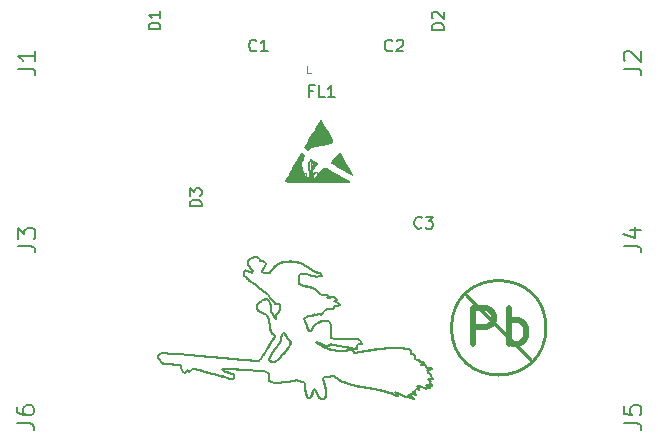
<source format=gto>
%TF.GenerationSoftware,KiCad,Pcbnew,(5.1.8-44-gfd79c7ae46)*%
%TF.CreationDate,2021-01-02T19:49:22-07:00*%
%TF.ProjectId,egg,6567672e-6b69-4636-9164-5f7063625858,rev?*%
%TF.SameCoordinates,Original*%
%TF.FileFunction,Legend,Top*%
%TF.FilePolarity,Positive*%
%FSLAX46Y46*%
G04 Gerber Fmt 4.6, Leading zero omitted, Abs format (unit mm)*
G04 Created by KiCad (PCBNEW (5.1.8-44-gfd79c7ae46)) date 2021-01-02 19:49:22*
%MOMM*%
%LPD*%
G01*
G04 APERTURE LIST*
%ADD10C,0.120000*%
%ADD11C,0.200000*%
%ADD12C,0.100000*%
%ADD13C,0.250000*%
%ADD14C,0.150000*%
%ADD15C,0.500000*%
G04 APERTURE END LIST*
D10*
%TO.C,FL1*%
X51080800Y-35838200D02*
X51080800Y-35254000D01*
X51398300Y-35838200D02*
X51080800Y-35838200D01*
D11*
%TO.C,REF\u002A\u002A*%
X38716677Y-59615147D02*
X38989167Y-59616503D01*
X38637370Y-59654131D02*
X38716677Y-59615147D01*
X49415307Y-58280232D02*
X49285662Y-58096155D01*
X49285662Y-58096155D02*
X49167371Y-57933043D01*
X49167371Y-57933043D02*
X49047920Y-57860549D01*
X49705286Y-58796258D02*
X49639334Y-58603027D01*
X49639334Y-58603027D02*
X49518996Y-58427963D01*
X49518996Y-58427963D02*
X49415307Y-58280232D01*
X48985627Y-59749866D02*
X49149826Y-59577035D01*
X49149826Y-59577035D02*
X49288581Y-59425136D01*
X49288581Y-59425136D02*
X49429468Y-59260423D01*
X49429468Y-59260423D02*
X49556237Y-59092443D01*
X49556237Y-59092443D02*
X49665216Y-58903289D01*
X49665216Y-58903289D02*
X49705286Y-58796258D01*
X48619392Y-60146632D02*
X48756747Y-59992852D01*
X48756747Y-59992852D02*
X48902672Y-59836693D01*
X48902672Y-59836693D02*
X48985627Y-59749866D01*
X48173172Y-60311047D02*
X48387784Y-60314228D01*
X48387784Y-60314228D02*
X48569450Y-60206902D01*
X48569450Y-60206902D02*
X48619392Y-60146632D01*
X47919187Y-59981335D02*
X47856437Y-60183722D01*
X47856437Y-60183722D02*
X48026447Y-60305673D01*
X48026447Y-60305673D02*
X48173172Y-60311047D01*
X48216418Y-59483005D02*
X48092276Y-59659610D01*
X48092276Y-59659610D02*
X47979788Y-59835234D01*
X47979788Y-59835234D02*
X47919187Y-59981335D01*
X48969155Y-58088764D02*
X48904592Y-58313938D01*
X48904592Y-58313938D02*
X48834661Y-58518556D01*
X48834661Y-58518556D02*
X48743393Y-58706384D01*
X48743393Y-58706384D02*
X48628450Y-58891912D01*
X48628450Y-58891912D02*
X48497999Y-59083479D01*
X48497999Y-59083479D02*
X48371616Y-59263597D01*
X48371616Y-59263597D02*
X48216418Y-59483005D01*
X49047920Y-57860549D02*
X48978152Y-58057469D01*
X48978152Y-58057469D02*
X48969155Y-58088764D01*
X46065237Y-51806207D02*
X46214127Y-51668418D01*
X46214127Y-51668418D02*
X46409569Y-51567424D01*
X46409569Y-51567424D02*
X46626696Y-51495734D01*
X46626696Y-51495734D02*
X46826741Y-51466148D01*
X46826741Y-51466148D02*
X46986823Y-51501920D01*
X46465838Y-52664556D02*
X46334946Y-52503460D01*
X46334946Y-52503460D02*
X46205125Y-52310173D01*
X46205125Y-52310173D02*
X46110453Y-52128538D01*
X46110453Y-52128538D02*
X46048826Y-51925759D01*
X46048826Y-51925759D02*
X46065237Y-51806207D01*
X46207718Y-52704016D02*
X46419259Y-52774037D01*
X46419259Y-52774037D02*
X46465838Y-52664556D01*
X45714524Y-52749577D02*
X45866063Y-52603043D01*
X45866063Y-52603043D02*
X46083593Y-52663070D01*
X46083593Y-52663070D02*
X46207718Y-52704016D01*
X45709034Y-52858600D02*
X45714524Y-52749577D01*
X45872189Y-53161191D02*
X45712559Y-53040459D01*
X45712559Y-53040459D02*
X45709034Y-52858600D01*
X46058797Y-53323708D02*
X45912280Y-53182953D01*
X45912280Y-53182953D02*
X45872189Y-53161191D01*
X46461161Y-53659386D02*
X46288626Y-53552359D01*
X46288626Y-53552359D02*
X46136697Y-53412019D01*
X46136697Y-53412019D02*
X46058797Y-53323708D01*
X46871184Y-53947604D02*
X46711027Y-53822827D01*
X46711027Y-53822827D02*
X46542480Y-53705888D01*
X46542480Y-53705888D02*
X46461161Y-53659386D01*
X47273073Y-54262400D02*
X47112369Y-54138388D01*
X47112369Y-54138388D02*
X46941670Y-54003814D01*
X46941670Y-54003814D02*
X46871184Y-53947604D01*
X47491065Y-54449664D02*
X47340116Y-54315026D01*
X47340116Y-54315026D02*
X47273073Y-54262400D01*
X47784840Y-54585332D02*
X47585138Y-54528871D01*
X47585138Y-54528871D02*
X47491065Y-54449664D01*
X47894039Y-54738085D02*
X47784840Y-54585332D01*
X47939657Y-54899517D02*
X47894039Y-54738085D01*
X48026556Y-55000065D02*
X47939657Y-54899517D01*
X48111150Y-55118579D02*
X48026556Y-55000065D01*
X48241159Y-55290113D02*
X48118735Y-55127310D01*
X48118735Y-55127310D02*
X48111150Y-55118579D01*
X48519750Y-55397237D02*
X48318852Y-55388813D01*
X48318852Y-55388813D02*
X48241159Y-55290113D01*
X48682973Y-55405848D02*
X48519750Y-55397237D01*
X48775023Y-55912653D02*
X48815185Y-55706329D01*
X48815185Y-55706329D02*
X48762612Y-55512123D01*
X48762612Y-55512123D02*
X48682973Y-55405848D01*
X48710086Y-56042558D02*
X48775023Y-55912653D01*
X48546795Y-56261553D02*
X48676286Y-56107058D01*
X48676286Y-56107058D02*
X48710086Y-56042558D01*
X48440443Y-56584416D02*
X48443797Y-56378982D01*
X48443797Y-56378982D02*
X48546795Y-56261553D01*
X48412516Y-56718932D02*
X48440443Y-56584416D01*
X48300266Y-56547533D02*
X48404799Y-56718558D01*
X48404799Y-56718558D02*
X48412516Y-56718932D01*
X48059024Y-56079238D02*
X48174167Y-56258230D01*
X48174167Y-56258230D02*
X48265129Y-56455468D01*
X48265129Y-56455468D02*
X48300266Y-56547533D01*
X48001747Y-55766205D02*
X47986646Y-55970672D01*
X47986646Y-55970672D02*
X48059024Y-56079238D01*
X47656457Y-55055457D02*
X47826849Y-55191751D01*
X47826849Y-55191751D02*
X47940457Y-55375870D01*
X47940457Y-55375870D02*
X48002293Y-55586029D01*
X48002293Y-55586029D02*
X48001747Y-55766205D01*
X47339162Y-55125969D02*
X47525587Y-55033536D01*
X47525587Y-55033536D02*
X47656457Y-55055457D01*
X47202917Y-55201295D02*
X47339162Y-55125969D01*
X46854374Y-55532092D02*
X46979005Y-55375618D01*
X46979005Y-55375618D02*
X47135414Y-55238290D01*
X47135414Y-55238290D02*
X47202917Y-55201295D01*
X46854984Y-55890483D02*
X46821705Y-55685994D01*
X46821705Y-55685994D02*
X46854374Y-55532092D01*
X47525160Y-56297351D02*
X47313133Y-56240366D01*
X47313133Y-56240366D02*
X47117069Y-56145250D01*
X47117069Y-56145250D02*
X46957506Y-56024467D01*
X46957506Y-56024467D02*
X46854984Y-55890483D01*
X47899394Y-57196176D02*
X47869407Y-56988709D01*
X47869407Y-56988709D02*
X47834307Y-56767388D01*
X47834307Y-56767388D02*
X47793244Y-56567543D01*
X47793244Y-56567543D02*
X47706079Y-56372166D01*
X47706079Y-56372166D02*
X47525160Y-56297351D01*
X48240413Y-58013844D02*
X48080267Y-57891781D01*
X48080267Y-57891781D02*
X47992603Y-57691779D01*
X47992603Y-57691779D02*
X47945095Y-57482625D01*
X47945095Y-57482625D02*
X47907138Y-57249890D01*
X47907138Y-57249890D02*
X47899394Y-57196176D01*
X48225365Y-58424713D02*
X48330980Y-58248441D01*
X48330980Y-58248441D02*
X48297056Y-58049549D01*
X48297056Y-58049549D02*
X48240413Y-58013844D01*
X47719157Y-59213771D02*
X47816943Y-59035908D01*
X47816943Y-59035908D02*
X47920114Y-58857001D01*
X47920114Y-58857001D02*
X48026890Y-58686609D01*
X48026890Y-58686609D02*
X48154173Y-58510250D01*
X48154173Y-58510250D02*
X48225365Y-58424713D01*
X47361666Y-59793393D02*
X47488165Y-59622532D01*
X47488165Y-59622532D02*
X47590664Y-59447876D01*
X47590664Y-59447876D02*
X47700640Y-59247953D01*
X47700640Y-59247953D02*
X47719157Y-59213771D01*
X47149639Y-60051983D02*
X47280756Y-59888316D01*
X47280756Y-59888316D02*
X47361666Y-59793393D01*
X46992788Y-60235789D02*
X47129251Y-60078045D01*
X47129251Y-60078045D02*
X47149639Y-60051983D01*
X43744257Y-59996658D02*
X44134667Y-60032741D01*
X44134667Y-60032741D02*
X44498961Y-60065923D01*
X44498961Y-60065923D02*
X44837381Y-60096221D01*
X44837381Y-60096221D02*
X45150171Y-60123654D01*
X45150171Y-60123654D02*
X45437572Y-60148238D01*
X45437572Y-60148238D02*
X45699827Y-60169993D01*
X45699827Y-60169993D02*
X45937180Y-60188935D01*
X45937180Y-60188935D02*
X46149872Y-60205083D01*
X46149872Y-60205083D02*
X46423205Y-60224103D01*
X46423205Y-60224103D02*
X46642418Y-60236935D01*
X46642418Y-60236935D02*
X46851933Y-60244523D01*
X46851933Y-60244523D02*
X46992788Y-60235789D01*
X41455271Y-59792646D02*
X41697309Y-59812058D01*
X41697309Y-59812058D02*
X41903693Y-59829569D01*
X41903693Y-59829569D02*
X42147604Y-59850867D01*
X42147604Y-59850867D02*
X42355942Y-59869396D01*
X42355942Y-59869396D02*
X42586661Y-59890168D01*
X42586661Y-59890168D02*
X42840307Y-59913232D01*
X42840307Y-59913232D02*
X43117425Y-59938636D01*
X43117425Y-59938636D02*
X43418560Y-59966428D01*
X43418560Y-59966428D02*
X43632928Y-59986307D01*
X43632928Y-59986307D02*
X43744257Y-59996658D01*
X41053111Y-59716847D02*
X41261892Y-59776207D01*
X41261892Y-59776207D02*
X41455271Y-59792646D01*
X40924661Y-59718405D02*
X41053111Y-59716847D01*
X40550631Y-59707830D02*
X40756647Y-59738898D01*
X40756647Y-59738898D02*
X40924661Y-59718405D01*
X40339485Y-59694336D02*
X40544162Y-59706487D01*
X40544162Y-59706487D02*
X40550631Y-59707830D01*
X39745361Y-59660030D02*
X39962395Y-59677852D01*
X39962395Y-59677852D02*
X40170551Y-59691530D01*
X40170551Y-59691530D02*
X40339485Y-59694336D01*
X38989167Y-59616503D02*
X39201452Y-59622273D01*
X39201452Y-59622273D02*
X39412736Y-59634184D01*
X39412736Y-59634184D02*
X39628136Y-59650156D01*
X39628136Y-59650156D02*
X39745361Y-59660030D01*
X40896667Y-61060576D02*
X40892261Y-61114477D01*
X40956791Y-61124851D02*
X40896667Y-61060576D01*
X38749010Y-60359524D02*
X38608897Y-60197149D01*
X38608897Y-60197149D02*
X38489891Y-60007482D01*
X38489891Y-60007482D02*
X38474186Y-59801154D01*
X38474186Y-59801154D02*
X38637370Y-59654131D01*
X39650532Y-60554313D02*
X39442697Y-60540623D01*
X39442697Y-60540623D02*
X39228392Y-60525898D01*
X39228392Y-60525898D02*
X39015763Y-60505800D01*
X39015763Y-60505800D02*
X38825328Y-60438828D01*
X38825328Y-60438828D02*
X38749010Y-60359524D01*
X40389442Y-60610655D02*
X40187412Y-60592375D01*
X40187412Y-60592375D02*
X39962440Y-60575762D01*
X39962440Y-60575762D02*
X39759431Y-60561635D01*
X39759431Y-60561635D02*
X39650532Y-60554313D01*
X40440144Y-60814937D02*
X40400647Y-60618187D01*
X40400647Y-60618187D02*
X40389442Y-60610655D01*
X40762319Y-61251366D02*
X40564972Y-61209254D01*
X40564972Y-61209254D02*
X40472372Y-61028175D01*
X40472372Y-61028175D02*
X40440144Y-60814937D01*
X40835797Y-61202821D02*
X40762319Y-61251366D01*
X40892261Y-61114477D02*
X40835797Y-61202821D01*
X60107701Y-63466936D02*
X60055643Y-63459885D01*
X60049611Y-63412899D02*
X60107701Y-63466936D01*
X41224333Y-61017117D02*
X41095145Y-61175113D01*
X41095145Y-61175113D02*
X40956791Y-61124851D01*
X41799002Y-61004099D02*
X41595858Y-60946779D01*
X41595858Y-60946779D02*
X41397931Y-60899896D01*
X41397931Y-60899896D02*
X41224333Y-61017117D01*
X43022158Y-61338624D02*
X42805650Y-61280207D01*
X42805650Y-61280207D02*
X42584169Y-61220139D01*
X42584169Y-61220139D02*
X42367518Y-61161098D01*
X42367518Y-61161098D02*
X42165498Y-61105761D01*
X42165498Y-61105761D02*
X41956189Y-61048019D01*
X41956189Y-61048019D02*
X41799002Y-61004099D01*
X44300964Y-61688405D02*
X44092958Y-61630449D01*
X44092958Y-61630449D02*
X43862449Y-61566960D01*
X43862449Y-61566960D02*
X43647063Y-61508014D01*
X43647063Y-61508014D02*
X43421427Y-61446569D01*
X43421427Y-61446569D02*
X43195787Y-61385430D01*
X43195787Y-61385430D02*
X43022158Y-61338624D01*
X44884988Y-61625283D02*
X44786820Y-61801537D01*
X44786820Y-61801537D02*
X44561062Y-61761233D01*
X44561062Y-61761233D02*
X44352366Y-61702908D01*
X44352366Y-61702908D02*
X44300964Y-61688405D01*
X44452732Y-61264180D02*
X44666066Y-61329420D01*
X44666066Y-61329420D02*
X44858350Y-61396330D01*
X44858350Y-61396330D02*
X44889974Y-61603509D01*
X44889974Y-61603509D02*
X44884988Y-61625283D01*
X43968214Y-61039965D02*
X44142950Y-61164941D01*
X44142950Y-61164941D02*
X44343061Y-61230041D01*
X44343061Y-61230041D02*
X44452732Y-61264180D01*
X43893788Y-60951757D02*
X43968214Y-61039965D01*
X44514889Y-60936706D02*
X44302979Y-60921465D01*
X44302979Y-60921465D02*
X44072359Y-60907408D01*
X44072359Y-60907408D02*
X43870072Y-60912315D01*
X43870072Y-60912315D02*
X43893788Y-60951757D01*
X45433764Y-60998200D02*
X45217936Y-60984768D01*
X45217936Y-60984768D02*
X45003973Y-60970782D01*
X45003973Y-60970782D02*
X44787729Y-60956127D01*
X44787729Y-60956127D02*
X44563706Y-60940290D01*
X44563706Y-60940290D02*
X44514889Y-60936706D01*
X46834377Y-61094070D02*
X46624267Y-61073693D01*
X46624267Y-61073693D02*
X46393751Y-61057607D01*
X46393751Y-61057607D02*
X46184094Y-61044052D01*
X46184094Y-61044052D02*
X45924812Y-61027903D01*
X45924812Y-61027903D02*
X45695288Y-61013920D01*
X45695288Y-61013920D02*
X45433764Y-60998200D01*
X46943577Y-61107426D02*
X46834377Y-61094070D01*
X47038203Y-61134682D02*
X46943577Y-61107426D01*
X47197359Y-61146547D02*
X47038203Y-61134682D01*
X47295848Y-61149055D02*
X47197359Y-61146547D01*
X47407014Y-61151835D02*
X47295848Y-61149055D01*
X47761183Y-61267841D02*
X47581453Y-61163457D01*
X47581453Y-61163457D02*
X47407014Y-61151835D01*
X47838117Y-61521820D02*
X47824753Y-61320825D01*
X47824753Y-61320825D02*
X47761183Y-61267841D01*
X49531014Y-61999268D02*
X49266064Y-62037387D01*
X49266064Y-62037387D02*
X49026748Y-62067690D01*
X49026748Y-62067690D02*
X48812120Y-62089910D01*
X48812120Y-62089910D02*
X48534399Y-62107500D01*
X48534399Y-62107500D02*
X48306904Y-62105402D01*
X48306904Y-62105402D02*
X48076190Y-62070424D01*
X48076190Y-62070424D02*
X47893851Y-61971980D01*
X47893851Y-61971980D02*
X47811078Y-61768087D01*
X47811078Y-61768087D02*
X47838117Y-61521820D01*
X50429350Y-61974657D02*
X50231218Y-61908475D01*
X50231218Y-61908475D02*
X50023675Y-61927865D01*
X50023675Y-61927865D02*
X49787469Y-61960910D01*
X49787469Y-61960910D02*
X49531014Y-61999268D01*
X50761083Y-62039338D02*
X50561731Y-62062208D01*
X50561731Y-62062208D02*
X50429350Y-61974657D01*
X50921256Y-62286876D02*
X50923887Y-62086590D01*
X50923887Y-62086590D02*
X50761083Y-62039338D01*
X51279222Y-63396966D02*
X51094841Y-63306180D01*
X51094841Y-63306180D02*
X50995792Y-63112900D01*
X50995792Y-63112900D02*
X50949460Y-62911141D01*
X50949460Y-62911141D02*
X50923917Y-62657654D01*
X50923917Y-62657654D02*
X50918713Y-62418425D01*
X50918713Y-62418425D02*
X50921256Y-62286876D01*
X51606616Y-62807784D02*
X51549181Y-63010346D01*
X51549181Y-63010346D02*
X51470402Y-63213154D01*
X51470402Y-63213154D02*
X51345547Y-63376790D01*
X51345547Y-63376790D02*
X51279222Y-63396966D01*
X51744692Y-62674692D02*
X51606616Y-62807784D01*
X51882631Y-62960876D02*
X51792923Y-62774453D01*
X51792923Y-62774453D02*
X51744692Y-62674692D01*
X52492684Y-63440291D02*
X52286705Y-63482416D01*
X52286705Y-63482416D02*
X52122458Y-63361288D01*
X52122458Y-63361288D02*
X52007316Y-63196622D01*
X52007316Y-63196622D02*
X51904257Y-63005247D01*
X51904257Y-63005247D02*
X51882631Y-62960876D01*
X52559315Y-62259010D02*
X52617689Y-62454935D01*
X52617689Y-62454935D02*
X52675218Y-62680031D01*
X52675218Y-62680031D02*
X52714117Y-62910052D01*
X52714117Y-62910052D02*
X52711680Y-63123102D01*
X52711680Y-63123102D02*
X52623580Y-63326823D01*
X52623580Y-63326823D02*
X52492684Y-63440291D01*
X52770733Y-61606028D02*
X52549765Y-61625435D01*
X52549765Y-61625435D02*
X52426019Y-61795488D01*
X52426019Y-61795488D02*
X52478152Y-61998204D01*
X52478152Y-61998204D02*
X52540644Y-62199225D01*
X52540644Y-62199225D02*
X52559315Y-62259010D01*
X53205632Y-61562568D02*
X53004424Y-61585393D01*
X53004424Y-61585393D02*
X52801311Y-61603609D01*
X52801311Y-61603609D02*
X52770733Y-61606028D01*
X53523402Y-61660268D02*
X53349547Y-61549444D01*
X53349547Y-61549444D02*
X53205632Y-61562568D01*
X56176928Y-62545127D02*
X55884767Y-62495161D01*
X55884767Y-62495161D02*
X55616024Y-62446677D01*
X55616024Y-62446677D02*
X55369291Y-62399204D01*
X55369291Y-62399204D02*
X55143158Y-62352273D01*
X55143158Y-62352273D02*
X54936216Y-62305413D01*
X54936216Y-62305413D02*
X54658703Y-62234230D01*
X54658703Y-62234230D02*
X54416443Y-62160564D01*
X54416443Y-62160564D02*
X54204678Y-62082829D01*
X54204678Y-62082829D02*
X54018653Y-61999440D01*
X54018653Y-61999440D02*
X53802439Y-61876715D01*
X53802439Y-61876715D02*
X53612255Y-61737358D01*
X53612255Y-61737358D02*
X53523402Y-61660268D01*
X58660046Y-63185634D02*
X58472933Y-63105641D01*
X58472933Y-63105641D02*
X58234417Y-63012026D01*
X58234417Y-63012026D02*
X57995527Y-62929985D01*
X57995527Y-62929985D02*
X57742182Y-62855885D01*
X57742182Y-62855885D02*
X57534217Y-62803336D01*
X57534217Y-62803336D02*
X57304260Y-62751679D01*
X57304260Y-62751679D02*
X57046370Y-62699380D01*
X57046370Y-62699380D02*
X56754607Y-62644907D01*
X56754607Y-62644907D02*
X56538347Y-62606628D01*
X56538347Y-62606628D02*
X56302631Y-62566247D01*
X56302631Y-62566247D02*
X56176928Y-62545127D01*
X58605548Y-63047525D02*
X58765275Y-63185295D01*
X58765275Y-63185295D02*
X58660046Y-63185634D01*
X58916675Y-63084069D02*
X58724459Y-63000827D01*
X58724459Y-63000827D02*
X58534960Y-62928236D01*
X58534960Y-62928236D02*
X58605548Y-63047525D01*
X59354625Y-63282927D02*
X59173082Y-63198698D01*
X59173082Y-63198698D02*
X58988111Y-63115714D01*
X58988111Y-63115714D02*
X58916675Y-63084069D01*
X59521847Y-63301572D02*
X59354625Y-63282927D01*
X59795422Y-63363609D02*
X59607819Y-63287251D01*
X59607819Y-63287251D02*
X59521847Y-63301572D01*
X60055643Y-63459885D02*
X59859492Y-63390390D01*
X59859492Y-63390390D02*
X59795422Y-63363609D01*
X60230322Y-62817751D02*
X60124715Y-62821751D01*
X60230322Y-62719644D02*
X60230322Y-62817751D01*
X59836906Y-63262316D02*
X60003264Y-63375507D01*
X60003264Y-63375507D02*
X60049611Y-63412899D01*
X59652737Y-63119529D02*
X59811273Y-63246205D01*
X59811273Y-63246205D02*
X59836906Y-63262316D01*
X59705744Y-63102375D02*
X59652737Y-63119529D01*
X59760310Y-63048949D02*
X59705744Y-63102375D01*
X60058490Y-63075798D02*
X59865268Y-63016858D01*
X59865268Y-63016858D02*
X59760310Y-63048949D01*
X60179213Y-62984200D02*
X60334325Y-63112745D01*
X60334325Y-63112745D02*
X60120516Y-63095891D01*
X60120516Y-63095891D02*
X60058490Y-63075798D01*
X60124715Y-62821751D02*
X60179213Y-62984200D01*
X50849609Y-56593434D02*
X50849609Y-56669777D01*
X50893872Y-56602451D02*
X50849609Y-56593434D01*
X60383174Y-62624453D02*
X60230322Y-62719644D01*
X60574527Y-62550686D02*
X60383174Y-62624453D01*
X60581915Y-62404441D02*
X60392095Y-62338732D01*
X60392095Y-62338732D02*
X60520557Y-62510843D01*
X60520557Y-62510843D02*
X60574527Y-62550686D01*
X61204644Y-62559161D02*
X60998401Y-62570404D01*
X60998401Y-62570404D02*
X60781828Y-62485924D01*
X60781828Y-62485924D02*
X60581915Y-62404441D01*
X61335466Y-62529126D02*
X61204644Y-62559161D01*
X61517872Y-62573060D02*
X61335466Y-62529126D01*
X61189257Y-62343354D02*
X61371650Y-62457596D01*
X61371650Y-62457596D02*
X61517872Y-62573060D01*
X61355733Y-62313861D02*
X61162137Y-62253768D01*
X61162137Y-62253768D02*
X61189257Y-62343354D01*
X61651541Y-62345252D02*
X61439191Y-62341444D01*
X61439191Y-62341444D02*
X61355733Y-62313861D01*
X61484048Y-62083747D02*
X61630298Y-62221163D01*
X61630298Y-62221163D02*
X61651541Y-62345252D01*
X61482082Y-62031134D02*
X61484048Y-62083747D01*
X61395455Y-61885771D02*
X61560704Y-61998525D01*
X61560704Y-61998525D02*
X61482082Y-62031134D01*
X61540241Y-61797495D02*
X61336385Y-61781062D01*
X61336385Y-61781062D02*
X61395455Y-61885771D01*
X61649304Y-61673014D02*
X61540241Y-61797495D01*
X61600297Y-61524532D02*
X61649304Y-61673014D01*
X61531496Y-61403713D02*
X61600297Y-61524532D01*
X61317775Y-61222619D02*
X61473390Y-61369394D01*
X61473390Y-61369394D02*
X61531496Y-61403713D01*
X61275071Y-61136106D02*
X61317775Y-61222619D01*
X61454901Y-60997929D02*
X61263848Y-61063241D01*
X61263848Y-61063241D02*
X61275071Y-61136106D01*
X61463374Y-60875753D02*
X61668856Y-60885520D01*
X61668856Y-60885520D02*
X61484548Y-60989324D01*
X61484548Y-60989324D02*
X61454901Y-60997929D01*
X61272902Y-60813920D02*
X61463374Y-60875753D01*
X61180038Y-60732763D02*
X61272902Y-60813920D01*
X61095512Y-60637233D02*
X61180038Y-60732763D01*
X60919139Y-60591875D02*
X61118780Y-60607947D01*
X61118780Y-60607947D02*
X61095512Y-60637233D01*
X60776251Y-60521702D02*
X60919139Y-60591875D01*
X60856304Y-60374914D02*
X60776251Y-60521702D01*
X60637634Y-60324064D02*
X60837233Y-60375703D01*
X60837233Y-60375703D02*
X60856304Y-60374914D01*
X60421065Y-60147715D02*
X60612071Y-60209420D01*
X60612071Y-60209420D02*
X60637634Y-60324064D01*
X60227814Y-60060865D02*
X60421065Y-60147715D01*
X60181111Y-59978080D02*
X60227814Y-60060865D01*
X60203073Y-59879093D02*
X60181111Y-59978080D01*
X60196972Y-59792646D02*
X60203073Y-59879093D01*
X60130070Y-59730610D02*
X60196972Y-59792646D01*
X59910180Y-59662404D02*
X60107989Y-59697772D01*
X60107989Y-59697772D02*
X60130070Y-59730610D01*
X59898792Y-59527278D02*
X59910180Y-59662404D01*
X59897233Y-59343336D02*
X59898792Y-59527278D01*
X59440981Y-59226653D02*
X59641911Y-59252175D01*
X59641911Y-59252175D02*
X59835084Y-59309103D01*
X59835084Y-59309103D02*
X59897233Y-59343336D01*
X55999809Y-59431272D02*
X56288468Y-59384284D01*
X56288468Y-59384284D02*
X56560760Y-59342246D01*
X56560760Y-59342246D02*
X56818089Y-59305074D01*
X56818089Y-59305074D02*
X57061861Y-59272684D01*
X57061861Y-59272684D02*
X57293479Y-59244993D01*
X57293479Y-59244993D02*
X57514349Y-59221917D01*
X57514349Y-59221917D02*
X57725876Y-59203373D01*
X57725876Y-59203373D02*
X57929465Y-59189278D01*
X57929465Y-59189278D02*
X58223037Y-59176293D01*
X58223037Y-59176293D02*
X58506650Y-59172849D01*
X58506650Y-59172849D02*
X58785045Y-59178663D01*
X58785045Y-59178663D02*
X59062965Y-59193454D01*
X59062965Y-59193454D02*
X59345151Y-59216940D01*
X59345151Y-59216940D02*
X59440981Y-59226653D01*
X55007660Y-59466733D02*
X55199560Y-59559497D01*
X55199560Y-59559497D02*
X55439786Y-59523929D01*
X55439786Y-59523929D02*
X55644462Y-59490462D01*
X55644462Y-59490462D02*
X55901505Y-59447653D01*
X55901505Y-59447653D02*
X55999809Y-59431272D01*
X54603263Y-59366388D02*
X54819890Y-59351153D01*
X54819890Y-59351153D02*
X55016030Y-59393122D01*
X55016030Y-59393122D02*
X55007660Y-59466733D01*
X52872883Y-59226042D02*
X53108125Y-59293654D01*
X53108125Y-59293654D02*
X53345980Y-59343500D01*
X53345980Y-59343500D02*
X53593536Y-59376157D01*
X53593536Y-59376157D02*
X53803332Y-59390294D01*
X53803332Y-59390294D02*
X54027505Y-59394095D01*
X54027505Y-59394095D02*
X54269685Y-59387856D01*
X54269685Y-59387856D02*
X54533502Y-59371872D01*
X54533502Y-59371872D02*
X54603263Y-59366388D01*
X52082661Y-58836869D02*
X52278195Y-58948025D01*
X52278195Y-58948025D02*
X52456137Y-59046223D01*
X52456137Y-59046223D02*
X52648897Y-59142139D01*
X52648897Y-59142139D02*
X52852251Y-59219291D01*
X52852251Y-59219291D02*
X52872883Y-59226042D01*
X52509223Y-58932400D02*
X52301349Y-58831721D01*
X52301349Y-58831721D02*
X52087904Y-58738010D01*
X52087904Y-58738010D02*
X51896078Y-58671369D01*
X51896078Y-58671369D02*
X52040516Y-58812449D01*
X52040516Y-58812449D02*
X52082661Y-58836869D01*
X52962018Y-58912196D02*
X52793488Y-59028571D01*
X52793488Y-59028571D02*
X52580115Y-58966378D01*
X52580115Y-58966378D02*
X52509223Y-58932400D01*
X54123965Y-59048338D02*
X53922313Y-59009534D01*
X53922313Y-59009534D02*
X53667449Y-58960704D01*
X53667449Y-58960704D02*
X53464262Y-58922483D01*
X53464262Y-58922483D02*
X53263116Y-58886779D01*
X53263116Y-58886779D02*
X53062099Y-58861463D01*
X53062099Y-58861463D02*
X52962018Y-58912196D01*
X55343257Y-59119121D02*
X55168604Y-59238684D01*
X55168604Y-59238684D02*
X54967438Y-59209200D01*
X54967438Y-59209200D02*
X54711290Y-59161776D01*
X54711290Y-59161776D02*
X54451202Y-59111582D01*
X54451202Y-59111582D02*
X54240998Y-59070898D01*
X54240998Y-59070898D02*
X54123965Y-59048338D01*
X55320007Y-58923654D02*
X55343257Y-59119121D01*
X55488992Y-58861820D02*
X55286863Y-58872048D01*
X55286863Y-58872048D02*
X55320007Y-58923654D01*
X55754568Y-58801545D02*
X55550106Y-58860642D01*
X55550106Y-58860642D02*
X55488992Y-58861820D01*
X55565588Y-58450883D02*
X55678775Y-58633182D01*
X55678775Y-58633182D02*
X55754568Y-58801545D01*
X54480236Y-58423696D02*
X54694111Y-58426941D01*
X54694111Y-58426941D02*
X54894548Y-58430451D01*
X54894548Y-58430451D02*
X55119412Y-58435043D01*
X55119412Y-58435043D02*
X55340102Y-58440567D01*
X55340102Y-58440567D02*
X55549808Y-58448841D01*
X55549808Y-58448841D02*
X55565588Y-58450883D01*
X53158116Y-58352981D02*
X53358077Y-58402881D01*
X53358077Y-58402881D02*
X53605770Y-58410616D01*
X53605770Y-58410616D02*
X53874483Y-58415186D01*
X53874483Y-58415186D02*
X54143852Y-58419027D01*
X54143852Y-58419027D02*
X54360169Y-58422021D01*
X54360169Y-58422021D02*
X54480236Y-58423696D01*
X53079013Y-58084764D02*
X53075829Y-58287945D01*
X53075829Y-58287945D02*
X53158116Y-58352981D01*
X53040579Y-57021862D02*
X53086901Y-57246220D01*
X53086901Y-57246220D02*
X53103149Y-57450531D01*
X53103149Y-57450531D02*
X53106893Y-57676585D01*
X53106893Y-57676585D02*
X53097449Y-57905481D01*
X53097449Y-57905481D02*
X53079013Y-58084764D01*
X52639232Y-56854328D02*
X52853094Y-56839431D01*
X52853094Y-56839431D02*
X53014843Y-56960614D01*
X53014843Y-56960614D02*
X53040579Y-57021862D01*
X51499857Y-57596875D02*
X51599178Y-57404162D01*
X51599178Y-57404162D02*
X51746504Y-57217143D01*
X51746504Y-57217143D02*
X51933657Y-57072424D01*
X51933657Y-57072424D02*
X52127017Y-56979592D01*
X52127017Y-56979592D02*
X52360344Y-56908109D01*
X52360344Y-56908109D02*
X52579541Y-56863843D01*
X52579541Y-56863843D02*
X52639232Y-56854328D01*
X51343480Y-57751798D02*
X51493472Y-57611716D01*
X51493472Y-57611716D02*
X51499857Y-57596875D01*
X51060755Y-57310758D02*
X51133032Y-57508970D01*
X51133032Y-57508970D02*
X51218888Y-57697144D01*
X51218888Y-57697144D02*
X51343480Y-57751798D01*
X50886687Y-56838260D02*
X50959099Y-57031323D01*
X50959099Y-57031323D02*
X51032471Y-57232460D01*
X51032471Y-57232460D02*
X51060755Y-57310758D01*
X50849609Y-56669777D02*
X50886687Y-56838260D01*
X47909833Y-52807885D02*
X47959315Y-52755272D01*
X47716446Y-52807885D02*
X47909833Y-52807885D01*
X51064415Y-56571195D02*
X50893872Y-56602451D01*
X51094986Y-56481021D02*
X51064415Y-56571195D01*
X51276917Y-56451528D02*
X51094986Y-56481021D01*
X51541070Y-56474038D02*
X51335823Y-56459292D01*
X51335823Y-56459292D02*
X51276917Y-56451528D01*
X51571708Y-56378440D02*
X51541070Y-56474038D01*
X51667079Y-56323793D02*
X51571708Y-56378440D01*
X51926013Y-56359320D02*
X51721934Y-56336851D01*
X51721934Y-56336851D02*
X51667079Y-56323793D01*
X51903712Y-56316199D02*
X51926013Y-56359320D01*
X52071951Y-56294707D02*
X51903712Y-56316199D01*
X52422935Y-56215584D02*
X52238381Y-56321018D01*
X52238381Y-56321018D02*
X52071951Y-56294707D01*
X52534439Y-56024117D02*
X52401530Y-56179169D01*
X52401530Y-56179169D02*
X52422935Y-56215584D01*
X52648112Y-55942350D02*
X52534439Y-56024117D01*
X52880949Y-55860108D02*
X52667130Y-55876164D01*
X52667130Y-55876164D02*
X52648112Y-55942350D01*
X53383226Y-55737526D02*
X53207742Y-55840166D01*
X53207742Y-55840166D02*
X52991072Y-55853738D01*
X52991072Y-55853738D02*
X52880949Y-55860108D01*
X53390750Y-55637453D02*
X53383226Y-55737526D01*
X53848221Y-55532905D02*
X53645855Y-55584875D01*
X53645855Y-55584875D02*
X53434357Y-55629440D01*
X53434357Y-55629440D02*
X53390750Y-55637453D01*
X53520081Y-55287740D02*
X53707314Y-55363949D01*
X53707314Y-55363949D02*
X53866981Y-55487866D01*
X53866981Y-55487866D02*
X53848221Y-55532905D01*
X53607793Y-55104612D02*
X53401918Y-55152659D01*
X53401918Y-55152659D02*
X53520081Y-55287740D01*
X53598913Y-55002641D02*
X53607793Y-55104612D01*
X53428573Y-54922637D02*
X53598913Y-55002641D01*
X53370211Y-54859244D02*
X53428573Y-54922637D01*
X53095213Y-54885347D02*
X53294096Y-54863856D01*
X53294096Y-54863856D02*
X53370211Y-54859244D01*
X52801439Y-54869346D02*
X53009349Y-54895287D01*
X53009349Y-54895287D02*
X53095213Y-54885347D01*
X52921890Y-54779986D02*
X52801439Y-54869346D01*
X52700848Y-54714830D02*
X52901036Y-54730749D01*
X52901036Y-54730749D02*
X52921890Y-54779986D01*
X52200469Y-54549737D02*
X52366259Y-54676834D01*
X52366259Y-54676834D02*
X52585368Y-54708528D01*
X52585368Y-54708528D02*
X52700848Y-54714830D01*
X50854150Y-53892212D02*
X51098986Y-53957239D01*
X51098986Y-53957239D02*
X51310716Y-54021684D01*
X51310716Y-54021684D02*
X51537380Y-54105601D01*
X51537380Y-54105601D02*
X51732066Y-54198252D01*
X51732066Y-54198252D02*
X51905747Y-54304994D01*
X51905747Y-54304994D02*
X52069397Y-54431183D01*
X52069397Y-54431183D02*
X52200469Y-54549737D01*
X50352755Y-53564263D02*
X50399138Y-53759261D01*
X50399138Y-53759261D02*
X50601969Y-53828002D01*
X50601969Y-53828002D02*
X50804445Y-53879720D01*
X50804445Y-53879720D02*
X50854150Y-53892212D01*
X50393222Y-53203092D02*
X50372149Y-53407577D01*
X50372149Y-53407577D02*
X50352755Y-53564263D01*
X50706585Y-52863617D02*
X50496082Y-52885964D01*
X50496082Y-52885964D02*
X50407131Y-53072320D01*
X50407131Y-53072320D02*
X50393222Y-53203092D01*
X51261801Y-52983826D02*
X51058547Y-52919660D01*
X51058547Y-52919660D02*
X50853096Y-52871090D01*
X50853096Y-52871090D02*
X50706585Y-52863617D01*
X52308313Y-53027625D02*
X52105523Y-53094368D01*
X52105523Y-53094368D02*
X51899929Y-53110449D01*
X51899929Y-53110449D02*
X51699100Y-53092641D01*
X51699100Y-53092641D02*
X51472472Y-53045541D01*
X51472472Y-53045541D02*
X51261801Y-52983826D01*
X52085643Y-52814462D02*
X52276970Y-52880806D01*
X52276970Y-52880806D02*
X52308313Y-53027625D01*
X51203846Y-52392813D02*
X51371128Y-52514528D01*
X51371128Y-52514528D02*
X51566477Y-52621629D01*
X51566477Y-52621629D02*
X51764894Y-52702814D01*
X51764894Y-52702814D02*
X51993663Y-52783519D01*
X51993663Y-52783519D02*
X52085643Y-52814462D01*
X49916364Y-51852854D02*
X50143170Y-51883781D01*
X50143170Y-51883781D02*
X50351072Y-51930557D01*
X50351072Y-51930557D02*
X50546485Y-51995871D01*
X50546485Y-51995871D02*
X50735824Y-52082412D01*
X50735824Y-52082412D02*
X50925505Y-52192871D01*
X50925505Y-52192871D02*
X51121942Y-52329935D01*
X51121942Y-52329935D02*
X51203846Y-52392813D01*
X48090544Y-52582721D02*
X48245235Y-52386860D01*
X48245235Y-52386860D02*
X48422211Y-52220384D01*
X48422211Y-52220384D02*
X48620834Y-52083548D01*
X48620834Y-52083548D02*
X48840468Y-51976605D01*
X48840468Y-51976605D02*
X49080474Y-51899810D01*
X49080474Y-51899810D02*
X49340217Y-51853417D01*
X49340217Y-51853417D02*
X49547593Y-51838726D01*
X49547593Y-51838726D02*
X49765443Y-51841387D01*
X49765443Y-51841387D02*
X49916364Y-51852854D01*
X47959315Y-52755272D02*
X48081963Y-52595201D01*
X48081963Y-52595201D02*
X48090544Y-52582721D01*
X47394474Y-52823072D02*
X47597649Y-52810094D01*
X47597649Y-52810094D02*
X47716446Y-52807885D01*
X47419486Y-52392203D02*
X47301998Y-52567437D01*
X47301998Y-52567437D02*
X47222464Y-52752483D01*
X47222464Y-52752483D02*
X47394474Y-52823072D01*
X47282834Y-51809733D02*
X47498942Y-51849660D01*
X47498942Y-51849660D02*
X47621872Y-52011050D01*
X47621872Y-52011050D02*
X47537296Y-52214534D01*
X47537296Y-52214534D02*
X47419486Y-52392203D01*
X47075213Y-51693795D02*
X47250750Y-51806442D01*
X47250750Y-51806442D02*
X47282834Y-51809733D01*
X46986823Y-51501920D02*
X47075064Y-51687498D01*
X47075064Y-51687498D02*
X47075213Y-51693795D01*
X47909833Y-52807885D02*
X47716446Y-52807885D01*
X47959315Y-52755272D02*
X47909833Y-52807885D01*
X48969155Y-58088764D02*
X49032861Y-57890425D01*
X49032861Y-57890425D02*
X49121601Y-57874176D01*
X48216418Y-59483005D02*
X48371616Y-59263597D01*
X48371616Y-59263597D02*
X48497999Y-59083479D01*
X48497999Y-59083479D02*
X48628450Y-58891912D01*
X48628450Y-58891912D02*
X48743393Y-58706384D01*
X48743393Y-58706384D02*
X48834661Y-58518556D01*
X48834661Y-58518556D02*
X48904592Y-58313938D01*
X48904592Y-58313938D02*
X48969155Y-58088764D01*
X47919187Y-59981335D02*
X48006976Y-59788210D01*
X48006976Y-59788210D02*
X48122244Y-59616572D01*
X48122244Y-59616572D02*
X48216418Y-59483005D01*
X48173172Y-60311047D02*
X47962071Y-60300260D01*
X47962071Y-60300260D02*
X47875701Y-60110005D01*
X47875701Y-60110005D02*
X47919187Y-59981335D01*
X48619392Y-60146632D02*
X48477841Y-60293002D01*
X48477841Y-60293002D02*
X48278028Y-60314290D01*
X48278028Y-60314290D02*
X48173172Y-60311047D01*
X48985627Y-59749866D02*
X48847592Y-59895117D01*
X48847592Y-59895117D02*
X48710585Y-60043330D01*
X48710585Y-60043330D02*
X48619392Y-60146632D01*
X49698033Y-58694693D02*
X49667337Y-58909832D01*
X49667337Y-58909832D02*
X49558307Y-59088957D01*
X49558307Y-59088957D02*
X49415873Y-59274218D01*
X49415873Y-59274218D02*
X49267358Y-59447178D01*
X49267358Y-59447178D02*
X49087494Y-59643062D01*
X49087494Y-59643062D02*
X48985627Y-59749866D01*
X49121601Y-57874176D02*
X49247360Y-58043687D01*
X49247360Y-58043687D02*
X49365056Y-58209163D01*
X49365056Y-58209163D02*
X49490125Y-58387428D01*
X49490125Y-58387428D02*
X49620160Y-58575832D01*
X49620160Y-58575832D02*
X49698033Y-58694693D01*
X47075213Y-51693795D02*
X46993201Y-51508125D01*
X46993201Y-51508125D02*
X46788414Y-51481317D01*
X46788414Y-51481317D02*
X46659292Y-51498666D01*
X47282834Y-51809733D02*
X47087236Y-51754117D01*
X47087236Y-51754117D02*
X47075213Y-51693795D01*
X47419486Y-52392203D02*
X47537296Y-52214534D01*
X47537296Y-52214534D02*
X47618434Y-52031644D01*
X47618434Y-52031644D02*
X47498942Y-51849660D01*
X47498942Y-51849660D02*
X47282834Y-51809733D01*
X47394474Y-52823072D02*
X47236902Y-52693376D01*
X47236902Y-52693376D02*
X47335325Y-52514757D01*
X47335325Y-52514757D02*
X47419486Y-52392203D01*
X47716446Y-52807885D02*
X47509804Y-52814006D01*
X47509804Y-52814006D02*
X47394474Y-52823072D01*
X50849609Y-56593434D02*
X50893872Y-56602451D01*
X50849609Y-56669777D02*
X50849609Y-56593434D01*
X48090544Y-52582721D02*
X47967779Y-52745894D01*
X47967779Y-52745894D02*
X47959315Y-52755272D01*
X49916364Y-51852854D02*
X49691679Y-51838565D01*
X49691679Y-51838565D02*
X49477291Y-51841700D01*
X49477291Y-51841700D02*
X49273466Y-51862151D01*
X49273466Y-51862151D02*
X49018598Y-51916168D01*
X49018598Y-51916168D02*
X48783624Y-52000524D01*
X48783624Y-52000524D02*
X48569184Y-52114964D01*
X48569184Y-52114964D02*
X48375913Y-52259234D01*
X48375913Y-52259234D02*
X48204448Y-52433080D01*
X48204448Y-52433080D02*
X48090544Y-52582721D01*
X51203846Y-52392813D02*
X51042146Y-52271744D01*
X51042146Y-52271744D02*
X50849181Y-52145645D01*
X50849181Y-52145645D02*
X50660407Y-52045076D01*
X50660407Y-52045076D02*
X50469408Y-51967349D01*
X50469408Y-51967349D02*
X50269769Y-51909772D01*
X50269769Y-51909772D02*
X50055075Y-51869659D01*
X50055075Y-51869659D02*
X49916364Y-51852854D01*
X52085643Y-52814462D02*
X51871125Y-52741223D01*
X51871125Y-52741223D02*
X51672485Y-52667102D01*
X51672485Y-52667102D02*
X51474731Y-52576020D01*
X51474731Y-52576020D02*
X51289930Y-52458316D01*
X51289930Y-52458316D02*
X51203846Y-52392813D01*
X52308313Y-53027625D02*
X52179326Y-52846072D01*
X52179326Y-52846072D02*
X52085643Y-52814462D01*
X51261801Y-52983826D02*
X51472472Y-53045541D01*
X51472472Y-53045541D02*
X51699100Y-53092641D01*
X51699100Y-53092641D02*
X51899929Y-53110449D01*
X51899929Y-53110449D02*
X52105523Y-53094368D01*
X52105523Y-53094368D02*
X52308313Y-53027625D01*
X50706585Y-52863617D02*
X50906615Y-52880156D01*
X50906615Y-52880156D02*
X51101883Y-52932821D01*
X51101883Y-52932821D02*
X51261801Y-52983826D01*
X50393222Y-53203092D02*
X50420551Y-52996072D01*
X50420551Y-52996072D02*
X50579409Y-52867686D01*
X50579409Y-52867686D02*
X50706585Y-52863617D01*
X50352755Y-53564263D02*
X50377671Y-53357234D01*
X50377671Y-53357234D02*
X50393222Y-53203092D01*
X50854150Y-53892212D02*
X50636661Y-53837133D01*
X50636661Y-53837133D02*
X50429076Y-53773678D01*
X50429076Y-53773678D02*
X50350015Y-53582487D01*
X50350015Y-53582487D02*
X50352755Y-53564263D01*
X52200469Y-54549737D02*
X52036943Y-54404132D01*
X52036943Y-54404132D02*
X51872164Y-54282261D01*
X51872164Y-54282261D02*
X51695160Y-54178766D01*
X51695160Y-54178766D02*
X51494956Y-54088291D01*
X51494956Y-54088291D02*
X51260580Y-54005477D01*
X51260580Y-54005477D02*
X51041100Y-53941143D01*
X51041100Y-53941143D02*
X50854150Y-53892212D01*
X52700848Y-54714830D02*
X52497002Y-54702086D01*
X52497002Y-54702086D02*
X52304771Y-54642918D01*
X52304771Y-54642918D02*
X52200469Y-54549737D01*
X52921890Y-54779986D02*
X52723966Y-54716078D01*
X52723966Y-54716078D02*
X52700848Y-54714830D01*
X52801439Y-54869346D02*
X52921890Y-54779986D01*
X53095213Y-54885347D02*
X52886355Y-54901578D01*
X52886355Y-54901578D02*
X52801439Y-54869346D01*
X53370211Y-54859244D02*
X53168376Y-54876493D01*
X53168376Y-54876493D02*
X53095213Y-54885347D01*
X53428573Y-54922637D02*
X53370211Y-54859244D01*
X53598913Y-55002641D02*
X53428573Y-54922637D01*
X53607793Y-55104612D02*
X53598913Y-55002641D01*
X53520081Y-55287740D02*
X53340535Y-55197819D01*
X53340535Y-55197819D02*
X53549291Y-55116091D01*
X53549291Y-55116091D02*
X53607793Y-55104612D01*
X53848221Y-55532905D02*
X53724503Y-55372793D01*
X53724503Y-55372793D02*
X53520081Y-55287740D01*
X53390750Y-55637453D02*
X53591503Y-55596960D01*
X53591503Y-55596960D02*
X53786244Y-55551376D01*
X53786244Y-55551376D02*
X53848221Y-55532905D01*
X53383226Y-55737526D02*
X53390750Y-55637453D01*
X52880949Y-55860108D02*
X53087444Y-55847991D01*
X53087444Y-55847991D02*
X53301022Y-55832783D01*
X53301022Y-55832783D02*
X53383226Y-55737526D01*
X52648112Y-55942350D02*
X52852520Y-55861769D01*
X52852520Y-55861769D02*
X52880949Y-55860108D01*
X52534439Y-56024117D02*
X52648112Y-55942350D01*
X52422935Y-56215584D02*
X52490985Y-56025572D01*
X52490985Y-56025572D02*
X52534439Y-56024117D01*
X52071951Y-56294707D02*
X52290522Y-56328175D01*
X52290522Y-56328175D02*
X52422935Y-56215584D01*
X51903712Y-56316199D02*
X52071951Y-56294707D01*
X51926013Y-56359320D02*
X51903712Y-56316199D01*
X51667079Y-56323793D02*
X51865889Y-56361185D01*
X51865889Y-56361185D02*
X51926013Y-56359320D01*
X51571708Y-56378440D02*
X51667079Y-56323793D01*
X51541070Y-56474038D02*
X51571708Y-56378440D01*
X51276917Y-56451528D02*
X51477436Y-56471855D01*
X51477436Y-56471855D02*
X51541070Y-56474038D01*
X51094986Y-56481021D02*
X51276917Y-56451528D01*
X51064415Y-56571195D02*
X51094986Y-56481021D01*
X50893872Y-56602451D02*
X51064415Y-56571195D01*
X60230322Y-62817751D02*
X60230322Y-62719644D01*
X60124715Y-62821751D02*
X60230322Y-62817751D01*
X50886687Y-56838260D02*
X50849609Y-56669777D01*
X51060755Y-57310758D02*
X50991091Y-57118656D01*
X50991091Y-57118656D02*
X50920917Y-56928147D01*
X50920917Y-56928147D02*
X50886687Y-56838260D01*
X51343480Y-57751798D02*
X51176771Y-57618291D01*
X51176771Y-57618291D02*
X51100197Y-57419947D01*
X51100197Y-57419947D02*
X51060755Y-57310758D01*
X51499857Y-57596875D02*
X51372402Y-57753925D01*
X51372402Y-57753925D02*
X51343480Y-57751798D01*
X52639232Y-56854328D02*
X52412298Y-56896053D01*
X52412298Y-56896053D02*
X52215239Y-56948641D01*
X52215239Y-56948641D02*
X52006563Y-57032496D01*
X52006563Y-57032496D02*
X51834498Y-57139890D01*
X51834498Y-57139890D02*
X51668466Y-57304971D01*
X51668466Y-57304971D02*
X51557249Y-57476992D01*
X51557249Y-57476992D02*
X51499857Y-57596875D01*
X53040579Y-57021862D02*
X52915705Y-56854294D01*
X52915705Y-56854294D02*
X52709964Y-56844620D01*
X52709964Y-56844620D02*
X52639232Y-56854328D01*
X53079013Y-58084764D02*
X53099968Y-57867936D01*
X53099968Y-57867936D02*
X53107166Y-57638202D01*
X53107166Y-57638202D02*
X53101291Y-57414459D01*
X53101291Y-57414459D02*
X53078824Y-57186214D01*
X53078824Y-57186214D02*
X53040579Y-57021862D01*
X53158116Y-58352981D02*
X53068395Y-58165718D01*
X53068395Y-58165718D02*
X53079013Y-58084764D01*
X54480236Y-58423696D02*
X54248140Y-58420470D01*
X54248140Y-58420470D02*
X54047010Y-58417676D01*
X54047010Y-58417676D02*
X53798205Y-58414016D01*
X53798205Y-58414016D02*
X53552772Y-58409466D01*
X53552772Y-58409466D02*
X53331128Y-58401287D01*
X53331128Y-58401287D02*
X53158116Y-58352981D01*
X55565588Y-58450883D02*
X55340102Y-58440567D01*
X55340102Y-58440567D02*
X55119412Y-58435043D01*
X55119412Y-58435043D02*
X54894548Y-58430451D01*
X54894548Y-58430451D02*
X54694111Y-58426941D01*
X54694111Y-58426941D02*
X54480236Y-58423696D01*
X55754568Y-58801545D02*
X55670626Y-58617952D01*
X55670626Y-58617952D02*
X55565588Y-58450883D01*
X55488992Y-58861820D02*
X55695084Y-58851801D01*
X55695084Y-58851801D02*
X55754568Y-58801545D01*
X55320007Y-58923654D02*
X55488992Y-58861820D01*
X55343257Y-59119121D02*
X55320007Y-58923654D01*
X54123965Y-59048338D02*
X54349979Y-59091974D01*
X54349979Y-59091974D02*
X54631562Y-59146466D01*
X54631562Y-59146466D02*
X54851325Y-59188217D01*
X54851325Y-59188217D02*
X55061997Y-59224863D01*
X55061997Y-59224863D02*
X55272071Y-59237065D01*
X55272071Y-59237065D02*
X55343257Y-59119121D01*
X52962018Y-58912196D02*
X53188348Y-58874986D01*
X53188348Y-58874986D02*
X53406955Y-58911975D01*
X53406955Y-58911975D02*
X53667449Y-58960704D01*
X53667449Y-58960704D02*
X53922313Y-59009534D01*
X53922313Y-59009534D02*
X54123965Y-59048338D01*
X52509223Y-58932400D02*
X52699639Y-59012271D01*
X52699639Y-59012271D02*
X52905902Y-58989401D01*
X52905902Y-58989401D02*
X52962018Y-58912196D01*
X51846774Y-58661132D02*
X52049223Y-58723134D01*
X52049223Y-58723134D02*
X52253495Y-58810723D01*
X52253495Y-58810723D02*
X52452345Y-58904195D01*
X52452345Y-58904195D02*
X52509223Y-58932400D01*
X52355151Y-58991861D02*
X52177651Y-58890959D01*
X52177651Y-58890959D02*
X52000450Y-58787021D01*
X52000450Y-58787021D02*
X51846774Y-58661132D01*
X54603263Y-59366388D02*
X54330038Y-59384677D01*
X54330038Y-59384677D02*
X54075660Y-59392903D01*
X54075660Y-59392903D02*
X53838078Y-59390725D01*
X53838078Y-59390725D02*
X53615242Y-59377803D01*
X53615242Y-59377803D02*
X53405102Y-59353794D01*
X53405102Y-59353794D02*
X53205607Y-59318357D01*
X53205607Y-59318357D02*
X52952631Y-59252742D01*
X52952631Y-59252742D02*
X52710075Y-59165395D01*
X52710075Y-59165395D02*
X52473081Y-59055509D01*
X52473081Y-59055509D02*
X52355151Y-58991861D01*
X55007660Y-59466733D02*
X54843146Y-59350222D01*
X54843146Y-59350222D02*
X54640378Y-59363376D01*
X54640378Y-59363376D02*
X54603263Y-59366388D01*
X55999809Y-59431272D02*
X55724043Y-59477241D01*
X55724043Y-59477241D02*
X55502544Y-59513799D01*
X55502544Y-59513799D02*
X55281781Y-59548256D01*
X55281781Y-59548256D02*
X55062606Y-59570619D01*
X55062606Y-59570619D02*
X55007660Y-59466733D01*
X59440981Y-59226653D02*
X59156319Y-59200330D01*
X59156319Y-59200330D02*
X58877504Y-59182610D01*
X58877504Y-59182610D02*
X58599794Y-59173772D01*
X58599794Y-59173772D02*
X58318447Y-59174099D01*
X58318447Y-59174099D02*
X58028721Y-59183872D01*
X58028721Y-59183872D02*
X57828575Y-59195774D01*
X57828575Y-59195774D02*
X57621193Y-59212083D01*
X57621193Y-59212083D02*
X57405170Y-59232883D01*
X57405170Y-59232883D02*
X57179101Y-59258256D01*
X57179101Y-59258256D02*
X56941582Y-59288286D01*
X56941582Y-59288286D02*
X56691207Y-59323057D01*
X56691207Y-59323057D02*
X56426572Y-59362652D01*
X56426572Y-59362652D02*
X56146272Y-59407154D01*
X56146272Y-59407154D02*
X55999809Y-59431272D01*
X59897233Y-59343336D02*
X59700169Y-59263312D01*
X59700169Y-59263312D02*
X59488868Y-59231845D01*
X59488868Y-59231845D02*
X59440981Y-59226653D01*
X59898792Y-59527278D02*
X59897233Y-59343336D01*
X59910180Y-59662404D02*
X59898792Y-59527278D01*
X60130070Y-59730610D02*
X59927669Y-59664338D01*
X59927669Y-59664338D02*
X59910180Y-59662404D01*
X60196972Y-59792646D02*
X60130070Y-59730610D01*
X60203073Y-59879093D02*
X60196972Y-59792646D01*
X60181111Y-59978080D02*
X60203073Y-59879093D01*
X60227814Y-60060865D02*
X60181111Y-59978080D01*
X60421065Y-60147715D02*
X60234378Y-60074965D01*
X60234378Y-60074965D02*
X60227814Y-60060865D01*
X60637634Y-60324064D02*
X60500865Y-60163025D01*
X60500865Y-60163025D02*
X60421065Y-60147715D01*
X60856304Y-60374914D02*
X60650725Y-60370071D01*
X60650725Y-60370071D02*
X60637634Y-60324064D01*
X60776251Y-60521702D02*
X60965991Y-60433452D01*
X60965991Y-60433452D02*
X60856304Y-60374914D01*
X60919139Y-60591875D02*
X60716766Y-60587016D01*
X60716766Y-60587016D02*
X60776251Y-60521702D01*
X61095512Y-60637233D02*
X60919139Y-60591875D01*
X61180038Y-60732763D02*
X61095512Y-60637233D01*
X61272902Y-60813920D02*
X61180038Y-60732763D01*
X61463374Y-60875753D02*
X61264717Y-60852050D01*
X61264717Y-60852050D02*
X61272902Y-60813920D01*
X61454901Y-60997929D02*
X61653343Y-60933598D01*
X61653343Y-60933598D02*
X61463374Y-60875753D01*
X61275071Y-61136106D02*
X61433993Y-61003968D01*
X61433993Y-61003968D02*
X61454901Y-60997929D01*
X61317775Y-61222619D02*
X61275071Y-61136106D01*
X61531496Y-61403713D02*
X61354002Y-61295666D01*
X61354002Y-61295666D02*
X61317775Y-61222619D01*
X61600297Y-61524532D02*
X61531496Y-61403713D01*
X61649304Y-61673014D02*
X61600297Y-61524532D01*
X61540241Y-61797495D02*
X61744070Y-61808848D01*
X61744070Y-61808848D02*
X61649304Y-61673014D01*
X61395455Y-61885771D02*
X61540241Y-61797495D01*
X61482082Y-62031134D02*
X61395455Y-61885771D01*
X61484048Y-62083747D02*
X61482082Y-62031134D01*
X61651541Y-62345252D02*
X61583967Y-62154725D01*
X61583967Y-62154725D02*
X61484048Y-62083747D01*
X61355733Y-62313861D02*
X61556308Y-62375266D01*
X61556308Y-62375266D02*
X61651541Y-62345252D01*
X61189257Y-62343354D02*
X61355733Y-62313861D01*
X61517872Y-62573060D02*
X61357061Y-62448180D01*
X61357061Y-62448180D02*
X61189257Y-62343354D01*
X61335466Y-62529126D02*
X61517872Y-62573060D01*
X61204644Y-62559161D02*
X61335466Y-62529126D01*
X60581915Y-62404441D02*
X60781828Y-62485924D01*
X60781828Y-62485924D02*
X60968637Y-62559318D01*
X60968637Y-62559318D02*
X61170627Y-62620852D01*
X61170627Y-62620852D02*
X61204644Y-62559161D01*
X60574527Y-62550686D02*
X60402207Y-62415634D01*
X60402207Y-62415634D02*
X60581915Y-62404441D01*
X60383174Y-62624453D02*
X60583163Y-62676597D01*
X60583163Y-62676597D02*
X60574527Y-62550686D01*
X60230322Y-62719644D02*
X60383174Y-62624453D01*
X60107701Y-63466936D02*
X60049611Y-63412899D01*
X60055643Y-63459885D02*
X60107701Y-63466936D01*
X60179213Y-62984200D02*
X60025962Y-62850803D01*
X60025962Y-62850803D02*
X60124715Y-62821751D01*
X60058490Y-63075798D02*
X60261198Y-63136893D01*
X60261198Y-63136893D02*
X60179213Y-62984200D01*
X59760310Y-63048949D02*
X59972305Y-63047892D01*
X59972305Y-63047892D02*
X60058490Y-63075798D01*
X59705744Y-63102375D02*
X59760310Y-63048949D01*
X59652737Y-63119529D02*
X59705744Y-63102375D01*
X59836906Y-63262316D02*
X59671547Y-63149619D01*
X59671547Y-63149619D02*
X59652737Y-63119529D01*
X60049611Y-63412899D02*
X59885388Y-63293381D01*
X59885388Y-63293381D02*
X59836906Y-63262316D01*
X40896667Y-61060576D02*
X40956791Y-61124851D01*
X40892261Y-61114477D02*
X40896667Y-61060576D01*
X59795422Y-63363609D02*
X59983034Y-63437896D01*
X59983034Y-63437896D02*
X60055643Y-63459885D01*
X59521847Y-63301572D02*
X59736199Y-63338268D01*
X59736199Y-63338268D02*
X59795422Y-63363609D01*
X59354625Y-63282927D02*
X59521847Y-63301572D01*
X58916675Y-63084069D02*
X59109207Y-63169862D01*
X59109207Y-63169862D02*
X59291704Y-63253008D01*
X59291704Y-63253008D02*
X59354625Y-63282927D01*
X58605548Y-63047525D02*
X58832730Y-63047247D01*
X58832730Y-63047247D02*
X58916675Y-63084069D01*
X58660046Y-63185634D02*
X58605548Y-63047525D01*
X56176928Y-62545127D02*
X56423031Y-62586728D01*
X56423031Y-62586728D02*
X56648799Y-62626002D01*
X56648799Y-62626002D02*
X56855992Y-62663401D01*
X56855992Y-62663401D02*
X57135804Y-62716979D01*
X57135804Y-62716979D02*
X57383723Y-62768894D01*
X57383723Y-62768894D02*
X57605689Y-62820678D01*
X57605689Y-62820678D02*
X57807644Y-62873864D01*
X57807644Y-62873864D02*
X58056054Y-62949609D01*
X58056054Y-62949609D02*
X58293531Y-63034203D01*
X58293531Y-63034203D02*
X58534154Y-63131279D01*
X58534154Y-63131279D02*
X58660046Y-63185634D01*
X53523402Y-61660268D02*
X53704798Y-61809351D01*
X53704798Y-61809351D02*
X53906588Y-61939922D01*
X53906588Y-61939922D02*
X54140045Y-62055739D01*
X54140045Y-62055739D02*
X54342701Y-62135183D01*
X54342701Y-62135183D02*
X54574268Y-62210029D01*
X54574268Y-62210029D02*
X54839501Y-62281864D01*
X54839501Y-62281864D02*
X55037376Y-62328864D01*
X55037376Y-62328864D02*
X55253738Y-62375700D01*
X55253738Y-62375700D02*
X55489995Y-62422843D01*
X55489995Y-62422843D02*
X55747556Y-62470763D01*
X55747556Y-62470763D02*
X56027832Y-62519929D01*
X56027832Y-62519929D02*
X56176928Y-62545127D01*
X53205632Y-61562568D02*
X53410942Y-61568323D01*
X53410942Y-61568323D02*
X53523402Y-61660268D01*
X52770733Y-61606028D02*
X52974012Y-61588346D01*
X52974012Y-61588346D02*
X53180694Y-61565990D01*
X53180694Y-61565990D02*
X53205632Y-61562568D01*
X52559315Y-62259010D02*
X52491855Y-62043024D01*
X52491855Y-62043024D02*
X52430897Y-61822098D01*
X52430897Y-61822098D02*
X52507760Y-61633930D01*
X52507760Y-61633930D02*
X52731757Y-61608946D01*
X52731757Y-61608946D02*
X52770733Y-61606028D01*
X52492684Y-63440291D02*
X52654798Y-63282707D01*
X52654798Y-63282707D02*
X52715842Y-63091742D01*
X52715842Y-63091742D02*
X52709294Y-62868213D01*
X52709294Y-62868213D02*
X52663024Y-62627405D01*
X52663024Y-62627405D02*
X52599674Y-62392332D01*
X52599674Y-62392332D02*
X52559315Y-62259010D01*
X51882631Y-62960876D02*
X51987315Y-63162359D01*
X51987315Y-63162359D02*
X52103748Y-63338636D01*
X52103748Y-63338636D02*
X52268585Y-63476124D01*
X52268585Y-63476124D02*
X52473088Y-63452268D01*
X52473088Y-63452268D02*
X52492684Y-63440291D01*
X51744692Y-62674692D02*
X51832932Y-62857540D01*
X51832932Y-62857540D02*
X51882631Y-62960876D01*
X51606616Y-62807784D02*
X51675882Y-62614647D01*
X51675882Y-62614647D02*
X51744692Y-62674692D01*
X51279222Y-63396966D02*
X51440035Y-63269707D01*
X51440035Y-63269707D02*
X51529752Y-63068201D01*
X51529752Y-63068201D02*
X51597121Y-62844585D01*
X51597121Y-62844585D02*
X51606616Y-62807784D01*
X50921256Y-62286876D02*
X50919608Y-62542044D01*
X50919608Y-62542044D02*
X50931615Y-62765179D01*
X50931615Y-62765179D02*
X50965520Y-62998119D01*
X50965520Y-62998119D02*
X51033408Y-63208628D01*
X51033408Y-63208628D02*
X51168981Y-63368786D01*
X51168981Y-63368786D02*
X51279222Y-63396966D01*
X50761083Y-62039338D02*
X50924664Y-62158868D01*
X50924664Y-62158868D02*
X50921256Y-62286876D01*
X50429350Y-61974657D02*
X50609064Y-62072686D01*
X50609064Y-62072686D02*
X50761083Y-62039338D01*
X49531014Y-61999268D02*
X49729439Y-61969494D01*
X49729439Y-61969494D02*
X49939368Y-61939126D01*
X49939368Y-61939126D02*
X50157104Y-61913022D01*
X50157104Y-61913022D02*
X50364209Y-61927492D01*
X50364209Y-61927492D02*
X50429350Y-61974657D01*
X47838117Y-61521820D02*
X47810054Y-61724543D01*
X47810054Y-61724543D02*
X47870341Y-61944662D01*
X47870341Y-61944662D02*
X48076190Y-62070424D01*
X48076190Y-62070424D02*
X48306904Y-62105402D01*
X48306904Y-62105402D02*
X48534399Y-62107500D01*
X48534399Y-62107500D02*
X48812120Y-62089910D01*
X48812120Y-62089910D02*
X49026748Y-62067690D01*
X49026748Y-62067690D02*
X49266064Y-62037387D01*
X49266064Y-62037387D02*
X49531014Y-61999268D01*
X47761183Y-61267841D02*
X47854011Y-61446841D01*
X47854011Y-61446841D02*
X47838117Y-61521820D01*
X47407014Y-61151835D02*
X47615133Y-61177165D01*
X47615133Y-61177165D02*
X47761183Y-61267841D01*
X47295848Y-61149055D02*
X47407014Y-61151835D01*
X47197359Y-61146547D02*
X47295848Y-61149055D01*
X47038203Y-61134682D02*
X47197359Y-61146547D01*
X46943577Y-61107426D02*
X47038203Y-61134682D01*
X46834377Y-61094070D02*
X46943577Y-61107426D01*
X45433764Y-60998200D02*
X45695288Y-61013920D01*
X45695288Y-61013920D02*
X45924812Y-61027903D01*
X45924812Y-61027903D02*
X46184094Y-61044052D01*
X46184094Y-61044052D02*
X46393751Y-61057607D01*
X46393751Y-61057607D02*
X46624267Y-61073693D01*
X46624267Y-61073693D02*
X46827625Y-61092835D01*
X46827625Y-61092835D02*
X46834377Y-61094070D01*
X44514889Y-60936706D02*
X44728352Y-60952006D01*
X44728352Y-60952006D02*
X44941539Y-60966604D01*
X44941539Y-60966604D02*
X45158214Y-60980919D01*
X45158214Y-60980919D02*
X45358182Y-60993600D01*
X45358182Y-60993600D02*
X45433764Y-60998200D01*
X43893788Y-60951757D02*
X44104047Y-60909005D01*
X44104047Y-60909005D02*
X44351351Y-60924841D01*
X44351351Y-60924841D02*
X44514889Y-60936706D01*
X43968214Y-61039965D02*
X43893788Y-60951757D01*
X44452732Y-61264180D02*
X44253611Y-61201824D01*
X44253611Y-61201824D02*
X44059874Y-61131086D01*
X44059874Y-61131086D02*
X43968214Y-61039965D01*
X44884988Y-61625283D02*
X44900869Y-61425160D01*
X44900869Y-61425160D02*
X44699353Y-61339654D01*
X44699353Y-61339654D02*
X44502023Y-61279414D01*
X44502023Y-61279414D02*
X44452732Y-61264180D01*
X44300964Y-61688405D02*
X44525349Y-61751505D01*
X44525349Y-61751505D02*
X44721683Y-61798225D01*
X44721683Y-61798225D02*
X44876434Y-61665030D01*
X44876434Y-61665030D02*
X44884988Y-61625283D01*
X43022158Y-61338624D02*
X43240423Y-61397499D01*
X43240423Y-61397499D02*
X43466882Y-61458923D01*
X43466882Y-61458923D02*
X43691288Y-61520093D01*
X43691288Y-61520093D02*
X43903395Y-61578203D01*
X43903395Y-61578203D02*
X44127264Y-61639948D01*
X44127264Y-61639948D02*
X44300964Y-61688405D01*
X41799002Y-61004099D02*
X42021004Y-61065960D01*
X42021004Y-61065960D02*
X42243923Y-61127280D01*
X42243923Y-61127280D02*
X42452971Y-61184419D01*
X42452971Y-61184419D02*
X42672731Y-61244193D01*
X42672731Y-61244193D02*
X42893398Y-61303922D01*
X42893398Y-61303922D02*
X43022158Y-61338624D01*
X41224333Y-61017117D02*
X41397931Y-60899896D01*
X41397931Y-60899896D02*
X41595858Y-60946779D01*
X41595858Y-60946779D02*
X41799002Y-61004099D01*
X40956791Y-61124851D02*
X41160273Y-61115643D01*
X41160273Y-61115643D02*
X41224333Y-61017117D01*
X38716677Y-59615147D02*
X38637370Y-59654131D01*
X38989167Y-59616503D02*
X38716677Y-59615147D01*
X40835797Y-61202821D02*
X40892261Y-61114477D01*
X40762319Y-61251366D02*
X40835797Y-61202821D01*
X40440144Y-60814937D02*
X40472372Y-61028175D01*
X40472372Y-61028175D02*
X40564972Y-61209254D01*
X40564972Y-61209254D02*
X40762319Y-61251366D01*
X40389442Y-60610655D02*
X40440081Y-60804280D01*
X40440081Y-60804280D02*
X40440144Y-60814937D01*
X39650532Y-60554313D02*
X39863827Y-60568818D01*
X39863827Y-60568818D02*
X40082719Y-60584483D01*
X40082719Y-60584483D02*
X40291742Y-60600725D01*
X40291742Y-60600725D02*
X40389442Y-60610655D01*
X38749010Y-60359524D02*
X38911081Y-60484984D01*
X38911081Y-60484984D02*
X39144591Y-60519276D01*
X39144591Y-60519276D02*
X39382787Y-60536649D01*
X39382787Y-60536649D02*
X39650532Y-60554313D01*
X38637370Y-59654131D02*
X38482503Y-59784090D01*
X38482503Y-59784090D02*
X38489891Y-60007482D01*
X38489891Y-60007482D02*
X38608897Y-60197149D01*
X38608897Y-60197149D02*
X38749010Y-60359524D01*
X39745361Y-59660030D02*
X39544362Y-59643575D01*
X39544362Y-59643575D02*
X39338614Y-59629499D01*
X39338614Y-59629499D02*
X39138482Y-59619737D01*
X39138482Y-59619737D02*
X38989167Y-59616503D01*
X40339485Y-59694336D02*
X40134642Y-59689565D01*
X40134642Y-59689565D02*
X39912284Y-59673966D01*
X39912284Y-59673966D02*
X39745361Y-59660030D01*
X40550631Y-59707830D02*
X40346550Y-59693862D01*
X40346550Y-59693862D02*
X40339485Y-59694336D01*
X40924661Y-59718405D02*
X40718658Y-59735720D01*
X40718658Y-59735720D02*
X40550631Y-59707830D01*
X41053111Y-59716847D02*
X40924661Y-59718405D01*
X41455271Y-59792646D02*
X41243389Y-59774282D01*
X41243389Y-59774282D02*
X41053111Y-59716847D01*
X43744257Y-59996658D02*
X43524369Y-59976232D01*
X43524369Y-59976232D02*
X43315479Y-59956896D01*
X43315479Y-59956896D02*
X43022411Y-59929905D01*
X43022411Y-59929905D02*
X42753177Y-59905286D01*
X42753177Y-59905286D02*
X42507234Y-59882992D01*
X42507234Y-59882992D02*
X42284036Y-59862973D01*
X42284036Y-59862973D02*
X42083037Y-59845181D01*
X42083037Y-59845181D02*
X41848629Y-59824840D01*
X41848629Y-59824840D02*
X41607786Y-59804688D01*
X41607786Y-59804688D02*
X41455271Y-59792646D01*
X46992788Y-60235789D02*
X46758899Y-60242082D01*
X46758899Y-60242082D02*
X46502249Y-60229065D01*
X46502249Y-60229065D02*
X46247047Y-60212114D01*
X46247047Y-60212114D02*
X46046593Y-60197357D01*
X46046593Y-60197357D02*
X45821601Y-60179814D01*
X45821601Y-60179814D02*
X45571827Y-60159468D01*
X45571827Y-60159468D02*
X45297029Y-60136301D01*
X45297029Y-60136301D02*
X44996965Y-60110294D01*
X44996965Y-60110294D02*
X44671390Y-60081431D01*
X44671390Y-60081431D02*
X44320064Y-60049693D01*
X44320064Y-60049693D02*
X43942742Y-60015063D01*
X43942742Y-60015063D02*
X43744257Y-59996658D01*
X47149639Y-60051983D02*
X47020437Y-60208886D01*
X47020437Y-60208886D02*
X46992788Y-60235789D01*
X47361666Y-59793393D02*
X47229721Y-59950863D01*
X47229721Y-59950863D02*
X47149639Y-60051983D01*
X47719157Y-59213771D02*
X47618863Y-59397322D01*
X47618863Y-59397322D02*
X47518579Y-59572814D01*
X47518579Y-59572814D02*
X47402179Y-59745840D01*
X47402179Y-59745840D02*
X47361666Y-59793393D01*
X48225365Y-58424713D02*
X48098119Y-58584058D01*
X48098119Y-58584058D02*
X47982485Y-58755259D01*
X47982485Y-58755259D02*
X47870200Y-58942154D01*
X47870200Y-58942154D02*
X47759756Y-59139181D01*
X47759756Y-59139181D02*
X47719157Y-59213771D01*
X48240413Y-58013844D02*
X48343435Y-58189656D01*
X48343435Y-58189656D02*
X48264509Y-58375582D01*
X48264509Y-58375582D02*
X48225365Y-58424713D01*
X47899394Y-57196176D02*
X47929955Y-57396435D01*
X47929955Y-57396435D02*
X47968251Y-57595972D01*
X47968251Y-57595972D02*
X48028216Y-57795316D01*
X48028216Y-57795316D02*
X48143905Y-57959330D01*
X48143905Y-57959330D02*
X48240413Y-58013844D01*
X47525160Y-56297351D02*
X47717574Y-56385765D01*
X47717574Y-56385765D02*
X47801505Y-56601400D01*
X47801505Y-56601400D02*
X47842727Y-56817196D01*
X47842727Y-56817196D02*
X47878961Y-57053690D01*
X47878961Y-57053690D02*
X47899394Y-57196176D01*
X46854374Y-55532092D02*
X46818349Y-55743174D01*
X46818349Y-55743174D02*
X46901071Y-55948515D01*
X46901071Y-55948515D02*
X47051984Y-56103396D01*
X47051984Y-56103396D02*
X47224956Y-56207061D01*
X47224956Y-56207061D02*
X47433407Y-56279144D01*
X47433407Y-56279144D02*
X47525160Y-56297351D01*
X47202917Y-55201295D02*
X47032107Y-55323976D01*
X47032107Y-55323976D02*
X46888885Y-55478473D01*
X46888885Y-55478473D02*
X46854374Y-55532092D01*
X47339162Y-55125969D02*
X47202917Y-55201295D01*
X47656457Y-55055457D02*
X47449070Y-55060138D01*
X47449070Y-55060138D02*
X47339162Y-55125969D01*
X48001747Y-55766205D02*
X47997924Y-55559425D01*
X47997924Y-55559425D02*
X47928769Y-55350777D01*
X47928769Y-55350777D02*
X47809780Y-55172155D01*
X47809780Y-55172155D02*
X47656457Y-55055457D01*
X48059024Y-56079238D02*
X47980973Y-55893247D01*
X47980973Y-55893247D02*
X48001747Y-55766205D01*
X48300266Y-56547533D02*
X48223757Y-56358196D01*
X48223757Y-56358196D02*
X48128345Y-56179887D01*
X48128345Y-56179887D02*
X48059024Y-56079238D01*
X48412516Y-56718932D02*
X48300266Y-56547533D01*
X48440443Y-56584416D02*
X48412516Y-56718932D01*
X48546795Y-56261553D02*
X48420061Y-56419972D01*
X48420061Y-56419972D02*
X48440443Y-56584416D01*
X48710086Y-56042558D02*
X48590241Y-56214070D01*
X48590241Y-56214070D02*
X48546795Y-56261553D01*
X48775023Y-55912653D02*
X48710086Y-56042558D01*
X48682973Y-55405848D02*
X48789939Y-55579498D01*
X48789939Y-55579498D02*
X48813962Y-55794745D01*
X48813962Y-55794745D02*
X48775023Y-55912653D01*
X48519750Y-55397237D02*
X48682973Y-55405848D01*
X48241159Y-55290113D02*
X48395558Y-55424559D01*
X48395558Y-55424559D02*
X48519750Y-55397237D01*
X48111150Y-55118579D02*
X48234824Y-55280475D01*
X48234824Y-55280475D02*
X48241159Y-55290113D01*
X48026556Y-55000065D02*
X48111150Y-55118579D01*
X47939657Y-54899517D02*
X48026556Y-55000065D01*
X47894039Y-54738085D02*
X47939657Y-54899517D01*
X47784840Y-54585332D02*
X47894039Y-54738085D01*
X47491065Y-54449664D02*
X47661236Y-54557631D01*
X47661236Y-54557631D02*
X47784840Y-54585332D01*
X47273073Y-54262400D02*
X47428979Y-54390791D01*
X47428979Y-54390791D02*
X47491065Y-54449664D01*
X46871184Y-53947604D02*
X47028452Y-54072490D01*
X47028452Y-54072490D02*
X47187851Y-54197153D01*
X47187851Y-54197153D02*
X47273073Y-54262400D01*
X46461161Y-53659386D02*
X46632772Y-53765815D01*
X46632772Y-53765815D02*
X46801937Y-53892722D01*
X46801937Y-53892722D02*
X46871184Y-53947604D01*
X46058797Y-53323708D02*
X46196084Y-53472771D01*
X46196084Y-53472771D02*
X46362474Y-53603204D01*
X46362474Y-53603204D02*
X46461161Y-53659386D01*
X45872189Y-53161191D02*
X46029579Y-53289853D01*
X46029579Y-53289853D02*
X46058797Y-53323708D01*
X45709034Y-52858600D02*
X45731958Y-53066116D01*
X45731958Y-53066116D02*
X45872189Y-53161191D01*
X45714524Y-52749577D02*
X45709034Y-52858600D01*
X46207718Y-52704016D02*
X46011448Y-52640818D01*
X46011448Y-52640818D02*
X45801347Y-52592756D01*
X45801347Y-52592756D02*
X45714524Y-52749577D01*
X46465838Y-52664556D02*
X46244586Y-52716511D01*
X46244586Y-52716511D02*
X46207718Y-52704016D01*
X46065237Y-51806207D02*
X46069702Y-52020000D01*
X46069702Y-52020000D02*
X46153036Y-52217129D01*
X46153036Y-52217129D02*
X46266001Y-52406129D01*
X46266001Y-52406129D02*
X46385038Y-52568352D01*
X46385038Y-52568352D02*
X46465838Y-52664556D01*
X46659292Y-51498666D02*
X46450532Y-51547949D01*
X46450532Y-51547949D02*
X46264516Y-51624946D01*
X46264516Y-51624946D02*
X46105161Y-51751232D01*
X46105161Y-51751232D02*
X46065237Y-51806207D01*
D12*
%TO.C,G\u002A\u002A\u002A*%
G36*
X54655333Y-45073295D02*
G01*
X54614175Y-45076182D01*
X54495402Y-45078910D01*
X54306064Y-45081438D01*
X54053213Y-45083721D01*
X53743900Y-45085718D01*
X53385176Y-45087384D01*
X52984093Y-45088677D01*
X52547702Y-45089553D01*
X52083053Y-45089970D01*
X51939935Y-45089996D01*
X51939935Y-44412496D01*
X51894203Y-44338496D01*
X51878951Y-44325055D01*
X51797924Y-44295428D01*
X51706592Y-44339097D01*
X51597434Y-44459730D01*
X51594407Y-44463769D01*
X51543590Y-44573096D01*
X51545892Y-44673030D01*
X51596613Y-44738710D01*
X51648756Y-44751333D01*
X51724588Y-44720757D01*
X51815040Y-44644908D01*
X51836403Y-44621085D01*
X51921494Y-44500953D01*
X51939935Y-44412496D01*
X51939935Y-45089996D01*
X51920304Y-45090000D01*
X51371189Y-45089893D01*
X50900771Y-45089467D01*
X50503081Y-45088562D01*
X50172149Y-45087018D01*
X49902005Y-45084674D01*
X49686681Y-45081372D01*
X49520207Y-45076951D01*
X49396613Y-45071251D01*
X49309929Y-45064113D01*
X49254187Y-45055376D01*
X49223417Y-45044881D01*
X49211650Y-45032468D01*
X49212915Y-45017977D01*
X49213097Y-45017497D01*
X49239364Y-44966746D01*
X49301590Y-44853999D01*
X49393323Y-44690541D01*
X49508111Y-44487654D01*
X49639503Y-44256623D01*
X49781046Y-44008730D01*
X49926288Y-43755259D01*
X50068778Y-43507493D01*
X50202064Y-43276716D01*
X50319693Y-43074211D01*
X50415214Y-42911262D01*
X50471282Y-42817122D01*
X50552767Y-42682077D01*
X50699050Y-42768387D01*
X50791141Y-42827668D01*
X50841890Y-42869947D01*
X50845333Y-42876727D01*
X50824959Y-42921380D01*
X50771562Y-43017199D01*
X50697167Y-43142666D01*
X50614213Y-43292324D01*
X50568304Y-43421624D01*
X50557260Y-43555797D01*
X50578897Y-43720073D01*
X50628942Y-43931641D01*
X50678430Y-44114881D01*
X50717622Y-44230915D01*
X50755563Y-44294965D01*
X50801298Y-44322253D01*
X50863874Y-44327999D01*
X50864469Y-44328000D01*
X50951813Y-44353572D01*
X50988971Y-44394962D01*
X51012345Y-44474047D01*
X51002352Y-44489943D01*
X50968942Y-44444416D01*
X50896568Y-44382527D01*
X50845432Y-44370333D01*
X50792915Y-44380744D01*
X50787911Y-44427933D01*
X50807911Y-44493223D01*
X50867143Y-44609424D01*
X50932708Y-44690284D01*
X50992680Y-44738402D01*
X51013749Y-44720716D01*
X51017350Y-44662644D01*
X51020033Y-44560833D01*
X51061137Y-44663700D01*
X51096800Y-44733107D01*
X51134885Y-44730768D01*
X51167534Y-44701275D01*
X51231877Y-44586895D01*
X51259167Y-44432759D01*
X51246642Y-44276520D01*
X51206092Y-44175305D01*
X51152818Y-44035938D01*
X51125963Y-43819430D01*
X51123558Y-43761661D01*
X51123063Y-43589053D01*
X51138418Y-43469556D01*
X51176016Y-43372143D01*
X51218378Y-43301416D01*
X51286979Y-43205780D01*
X51339186Y-43149230D01*
X51351903Y-43142666D01*
X51406285Y-43166382D01*
X51393986Y-43231353D01*
X51328300Y-43316035D01*
X51266318Y-43393312D01*
X51230595Y-43481193D01*
X51212713Y-43607737D01*
X51206774Y-43721137D01*
X51206944Y-43880065D01*
X51217775Y-44013088D01*
X51235769Y-44088095D01*
X51269308Y-44140103D01*
X51307941Y-44133251D01*
X51360198Y-44088953D01*
X51407022Y-44032100D01*
X51426132Y-43958500D01*
X51418013Y-43848412D01*
X51383147Y-43682094D01*
X51371356Y-43633653D01*
X51368867Y-43537210D01*
X51394260Y-43425920D01*
X51437085Y-43325034D01*
X51486889Y-43259800D01*
X51529132Y-43252495D01*
X51535422Y-43298898D01*
X51501954Y-43366531D01*
X51456068Y-43477178D01*
X51439998Y-43612602D01*
X51454164Y-43737814D01*
X51496556Y-43815896D01*
X51553954Y-43834019D01*
X51585493Y-43779526D01*
X51587801Y-43661430D01*
X51579235Y-43594989D01*
X51574048Y-43491098D01*
X51592375Y-43427964D01*
X51596552Y-43424496D01*
X51622352Y-43437932D01*
X51621382Y-43493197D01*
X51624568Y-43594270D01*
X51643931Y-43645506D01*
X51697444Y-43683956D01*
X51742172Y-43656935D01*
X51757897Y-43582861D01*
X51752225Y-43546857D01*
X51750339Y-43450985D01*
X51799902Y-43419414D01*
X51885624Y-43457216D01*
X51925452Y-43493409D01*
X51928549Y-43533066D01*
X51887658Y-43595149D01*
X51795517Y-43698618D01*
X51791546Y-43702927D01*
X51648790Y-43866070D01*
X51556344Y-43998108D01*
X51500930Y-44123840D01*
X51469271Y-44268066D01*
X51462573Y-44317416D01*
X51451538Y-44461649D01*
X51465411Y-44525676D01*
X51506106Y-44510775D01*
X51575533Y-44418223D01*
X51586833Y-44400452D01*
X51690638Y-44289134D01*
X51807961Y-44250189D01*
X51922735Y-44287885D01*
X51944484Y-44305461D01*
X51987665Y-44336557D01*
X52029803Y-44334558D01*
X52087071Y-44289817D01*
X52175641Y-44192687D01*
X52219871Y-44141204D01*
X52329653Y-44021885D01*
X52429262Y-43929424D01*
X52497877Y-43883061D01*
X52499929Y-43882358D01*
X52556390Y-43890986D01*
X52668529Y-43936906D01*
X52839716Y-44021846D01*
X53073319Y-44147539D01*
X53372705Y-44315712D01*
X53618051Y-44456646D01*
X53885438Y-44611864D01*
X54127271Y-44753335D01*
X54334305Y-44875564D01*
X54497299Y-44973056D01*
X54607010Y-45040316D01*
X54654193Y-45071851D01*
X54655333Y-45073295D01*
G37*
X54655333Y-45073295D02*
X54614175Y-45076182D01*
X54495402Y-45078910D01*
X54306064Y-45081438D01*
X54053213Y-45083721D01*
X53743900Y-45085718D01*
X53385176Y-45087384D01*
X52984093Y-45088677D01*
X52547702Y-45089553D01*
X52083053Y-45089970D01*
X51939935Y-45089996D01*
X51939935Y-44412496D01*
X51894203Y-44338496D01*
X51878951Y-44325055D01*
X51797924Y-44295428D01*
X51706592Y-44339097D01*
X51597434Y-44459730D01*
X51594407Y-44463769D01*
X51543590Y-44573096D01*
X51545892Y-44673030D01*
X51596613Y-44738710D01*
X51648756Y-44751333D01*
X51724588Y-44720757D01*
X51815040Y-44644908D01*
X51836403Y-44621085D01*
X51921494Y-44500953D01*
X51939935Y-44412496D01*
X51939935Y-45089996D01*
X51920304Y-45090000D01*
X51371189Y-45089893D01*
X50900771Y-45089467D01*
X50503081Y-45088562D01*
X50172149Y-45087018D01*
X49902005Y-45084674D01*
X49686681Y-45081372D01*
X49520207Y-45076951D01*
X49396613Y-45071251D01*
X49309929Y-45064113D01*
X49254187Y-45055376D01*
X49223417Y-45044881D01*
X49211650Y-45032468D01*
X49212915Y-45017977D01*
X49213097Y-45017497D01*
X49239364Y-44966746D01*
X49301590Y-44853999D01*
X49393323Y-44690541D01*
X49508111Y-44487654D01*
X49639503Y-44256623D01*
X49781046Y-44008730D01*
X49926288Y-43755259D01*
X50068778Y-43507493D01*
X50202064Y-43276716D01*
X50319693Y-43074211D01*
X50415214Y-42911262D01*
X50471282Y-42817122D01*
X50552767Y-42682077D01*
X50699050Y-42768387D01*
X50791141Y-42827668D01*
X50841890Y-42869947D01*
X50845333Y-42876727D01*
X50824959Y-42921380D01*
X50771562Y-43017199D01*
X50697167Y-43142666D01*
X50614213Y-43292324D01*
X50568304Y-43421624D01*
X50557260Y-43555797D01*
X50578897Y-43720073D01*
X50628942Y-43931641D01*
X50678430Y-44114881D01*
X50717622Y-44230915D01*
X50755563Y-44294965D01*
X50801298Y-44322253D01*
X50863874Y-44327999D01*
X50864469Y-44328000D01*
X50951813Y-44353572D01*
X50988971Y-44394962D01*
X51012345Y-44474047D01*
X51002352Y-44489943D01*
X50968942Y-44444416D01*
X50896568Y-44382527D01*
X50845432Y-44370333D01*
X50792915Y-44380744D01*
X50787911Y-44427933D01*
X50807911Y-44493223D01*
X50867143Y-44609424D01*
X50932708Y-44690284D01*
X50992680Y-44738402D01*
X51013749Y-44720716D01*
X51017350Y-44662644D01*
X51020033Y-44560833D01*
X51061137Y-44663700D01*
X51096800Y-44733107D01*
X51134885Y-44730768D01*
X51167534Y-44701275D01*
X51231877Y-44586895D01*
X51259167Y-44432759D01*
X51246642Y-44276520D01*
X51206092Y-44175305D01*
X51152818Y-44035938D01*
X51125963Y-43819430D01*
X51123558Y-43761661D01*
X51123063Y-43589053D01*
X51138418Y-43469556D01*
X51176016Y-43372143D01*
X51218378Y-43301416D01*
X51286979Y-43205780D01*
X51339186Y-43149230D01*
X51351903Y-43142666D01*
X51406285Y-43166382D01*
X51393986Y-43231353D01*
X51328300Y-43316035D01*
X51266318Y-43393312D01*
X51230595Y-43481193D01*
X51212713Y-43607737D01*
X51206774Y-43721137D01*
X51206944Y-43880065D01*
X51217775Y-44013088D01*
X51235769Y-44088095D01*
X51269308Y-44140103D01*
X51307941Y-44133251D01*
X51360198Y-44088953D01*
X51407022Y-44032100D01*
X51426132Y-43958500D01*
X51418013Y-43848412D01*
X51383147Y-43682094D01*
X51371356Y-43633653D01*
X51368867Y-43537210D01*
X51394260Y-43425920D01*
X51437085Y-43325034D01*
X51486889Y-43259800D01*
X51529132Y-43252495D01*
X51535422Y-43298898D01*
X51501954Y-43366531D01*
X51456068Y-43477178D01*
X51439998Y-43612602D01*
X51454164Y-43737814D01*
X51496556Y-43815896D01*
X51553954Y-43834019D01*
X51585493Y-43779526D01*
X51587801Y-43661430D01*
X51579235Y-43594989D01*
X51574048Y-43491098D01*
X51592375Y-43427964D01*
X51596552Y-43424496D01*
X51622352Y-43437932D01*
X51621382Y-43493197D01*
X51624568Y-43594270D01*
X51643931Y-43645506D01*
X51697444Y-43683956D01*
X51742172Y-43656935D01*
X51757897Y-43582861D01*
X51752225Y-43546857D01*
X51750339Y-43450985D01*
X51799902Y-43419414D01*
X51885624Y-43457216D01*
X51925452Y-43493409D01*
X51928549Y-43533066D01*
X51887658Y-43595149D01*
X51795517Y-43698618D01*
X51791546Y-43702927D01*
X51648790Y-43866070D01*
X51556344Y-43998108D01*
X51500930Y-44123840D01*
X51469271Y-44268066D01*
X51462573Y-44317416D01*
X51451538Y-44461649D01*
X51465411Y-44525676D01*
X51506106Y-44510775D01*
X51575533Y-44418223D01*
X51586833Y-44400452D01*
X51690638Y-44289134D01*
X51807961Y-44250189D01*
X51922735Y-44287885D01*
X51944484Y-44305461D01*
X51987665Y-44336557D01*
X52029803Y-44334558D01*
X52087071Y-44289817D01*
X52175641Y-44192687D01*
X52219871Y-44141204D01*
X52329653Y-44021885D01*
X52429262Y-43929424D01*
X52497877Y-43883061D01*
X52499929Y-43882358D01*
X52556390Y-43890986D01*
X52668529Y-43936906D01*
X52839716Y-44021846D01*
X53073319Y-44147539D01*
X53372705Y-44315712D01*
X53618051Y-44456646D01*
X53885438Y-44611864D01*
X54127271Y-44753335D01*
X54334305Y-44875564D01*
X54497299Y-44973056D01*
X54607010Y-45040316D01*
X54654193Y-45071851D01*
X54655333Y-45073295D01*
G36*
X54898113Y-44522664D02*
G01*
X54859838Y-44505633D01*
X54758427Y-44451501D01*
X54603868Y-44365851D01*
X54406147Y-44254261D01*
X54175252Y-44122313D01*
X53977049Y-44007983D01*
X53727218Y-43861960D01*
X53503629Y-43728695D01*
X53316179Y-43614301D01*
X53174770Y-43524889D01*
X53089299Y-43466571D01*
X53067833Y-43446623D01*
X53094453Y-43404233D01*
X53165664Y-43317652D01*
X53268493Y-43200775D01*
X53389970Y-43067501D01*
X53517122Y-42931726D01*
X53636976Y-42807348D01*
X53736560Y-42708264D01*
X53802903Y-42648371D01*
X53823053Y-42637544D01*
X53853482Y-42684703D01*
X53917261Y-42791449D01*
X54007610Y-42945896D01*
X54117751Y-43136158D01*
X54240905Y-43350346D01*
X54370292Y-43576573D01*
X54499134Y-43802954D01*
X54620650Y-44017599D01*
X54728064Y-44208623D01*
X54814594Y-44364139D01*
X54873462Y-44472258D01*
X54897889Y-44521094D01*
X54898113Y-44522664D01*
G37*
X54898113Y-44522664D02*
X54859838Y-44505633D01*
X54758427Y-44451501D01*
X54603868Y-44365851D01*
X54406147Y-44254261D01*
X54175252Y-44122313D01*
X53977049Y-44007983D01*
X53727218Y-43861960D01*
X53503629Y-43728695D01*
X53316179Y-43614301D01*
X53174770Y-43524889D01*
X53089299Y-43466571D01*
X53067833Y-43446623D01*
X53094453Y-43404233D01*
X53165664Y-43317652D01*
X53268493Y-43200775D01*
X53389970Y-43067501D01*
X53517122Y-42931726D01*
X53636976Y-42807348D01*
X53736560Y-42708264D01*
X53802903Y-42648371D01*
X53823053Y-42637544D01*
X53853482Y-42684703D01*
X53917261Y-42791449D01*
X54007610Y-42945896D01*
X54117751Y-43136158D01*
X54240905Y-43350346D01*
X54370292Y-43576573D01*
X54499134Y-43802954D01*
X54620650Y-44017599D01*
X54728064Y-44208623D01*
X54814594Y-44364139D01*
X54873462Y-44472258D01*
X54897889Y-44521094D01*
X54898113Y-44522664D01*
G36*
X51692000Y-43333166D02*
G01*
X51670833Y-43354333D01*
X51649667Y-43333166D01*
X51670833Y-43312000D01*
X51692000Y-43333166D01*
G37*
X51692000Y-43333166D02*
X51670833Y-43354333D01*
X51649667Y-43333166D01*
X51670833Y-43312000D01*
X51692000Y-43333166D01*
G36*
X53202318Y-41638055D02*
G01*
X53194146Y-41669662D01*
X53172310Y-41691920D01*
X53163955Y-41697967D01*
X52979357Y-41794157D01*
X52712536Y-41881504D01*
X52362689Y-41960245D01*
X52140482Y-41999027D01*
X51871059Y-42044366D01*
X51670540Y-42084452D01*
X51523759Y-42124071D01*
X51415550Y-42168006D01*
X51330748Y-42221044D01*
X51268667Y-42274092D01*
X51162833Y-42373798D01*
X51001358Y-42290156D01*
X50905655Y-42231101D01*
X50855474Y-42181252D01*
X50853192Y-42168017D01*
X50879409Y-42115816D01*
X50941096Y-42003482D01*
X51032068Y-41841692D01*
X51146143Y-41641121D01*
X51277137Y-41412446D01*
X51418867Y-41166342D01*
X51565149Y-40913487D01*
X51709800Y-40664556D01*
X51846636Y-40430226D01*
X51969474Y-40221171D01*
X52072131Y-40048070D01*
X52148422Y-39921597D01*
X52192165Y-39852429D01*
X52200000Y-39842653D01*
X52225979Y-39877676D01*
X52287779Y-39976370D01*
X52379449Y-40128758D01*
X52495041Y-40324865D01*
X52628605Y-40554714D01*
X52735239Y-40740178D01*
X52894985Y-41019845D01*
X53016516Y-41235316D01*
X53103923Y-41395731D01*
X53161298Y-41510231D01*
X53192732Y-41587959D01*
X53202318Y-41638055D01*
G37*
X53202318Y-41638055D02*
X53194146Y-41669662D01*
X53172310Y-41691920D01*
X53163955Y-41697967D01*
X52979357Y-41794157D01*
X52712536Y-41881504D01*
X52362689Y-41960245D01*
X52140482Y-41999027D01*
X51871059Y-42044366D01*
X51670540Y-42084452D01*
X51523759Y-42124071D01*
X51415550Y-42168006D01*
X51330748Y-42221044D01*
X51268667Y-42274092D01*
X51162833Y-42373798D01*
X51001358Y-42290156D01*
X50905655Y-42231101D01*
X50855474Y-42181252D01*
X50853192Y-42168017D01*
X50879409Y-42115816D01*
X50941096Y-42003482D01*
X51032068Y-41841692D01*
X51146143Y-41641121D01*
X51277137Y-41412446D01*
X51418867Y-41166342D01*
X51565149Y-40913487D01*
X51709800Y-40664556D01*
X51846636Y-40430226D01*
X51969474Y-40221171D01*
X52072131Y-40048070D01*
X52148422Y-39921597D01*
X52192165Y-39852429D01*
X52200000Y-39842653D01*
X52225979Y-39877676D01*
X52287779Y-39976370D01*
X52379449Y-40128758D01*
X52495041Y-40324865D01*
X52628605Y-40554714D01*
X52735239Y-40740178D01*
X52894985Y-41019845D01*
X53016516Y-41235316D01*
X53103923Y-41395731D01*
X53161298Y-41510231D01*
X53192732Y-41587959D01*
X53202318Y-41638055D01*
D13*
%TO.C,LOGO_PB_FREE_8MM*%
X67300000Y-57450000D02*
X70050000Y-60200000D01*
X67300000Y-57450000D02*
X64550000Y-54700000D01*
X71300000Y-57450000D02*
G75*
G03*
X71300000Y-57450000I-4000000J0D01*
G01*
%TO.C,FL1*%
D14*
X51561904Y-37392371D02*
X51228571Y-37392371D01*
X51228571Y-37916180D02*
X51228571Y-36916180D01*
X51704761Y-36916180D01*
X52561904Y-37916180D02*
X52085714Y-37916180D01*
X52085714Y-36916180D01*
X53419047Y-37916180D02*
X52847619Y-37916180D01*
X53133333Y-37916180D02*
X53133333Y-36916180D01*
X53038095Y-37059038D01*
X52942857Y-37154276D01*
X52847619Y-37201895D01*
%TO.C,LOGO_PB_FREE_8MM*%
D15*
X65157142Y-58807142D02*
X65157142Y-55807142D01*
X66300000Y-55807142D01*
X66585714Y-55950000D01*
X66728571Y-56092857D01*
X66871428Y-56378571D01*
X66871428Y-56807142D01*
X66728571Y-57092857D01*
X66585714Y-57235714D01*
X66300000Y-57378571D01*
X65157142Y-57378571D01*
X68157142Y-58807142D02*
X68157142Y-55807142D01*
X68157142Y-56950000D02*
X68442857Y-56807142D01*
X69014285Y-56807142D01*
X69300000Y-56950000D01*
X69442857Y-57092857D01*
X69585714Y-57378571D01*
X69585714Y-58235714D01*
X69442857Y-58521428D01*
X69300000Y-58664285D01*
X69014285Y-58807142D01*
X68442857Y-58807142D01*
X68157142Y-58664285D01*
%TO.C,D3*%
D14*
X42142380Y-47178095D02*
X41142380Y-47178095D01*
X41142380Y-46940000D01*
X41190000Y-46797142D01*
X41285238Y-46701904D01*
X41380476Y-46654285D01*
X41570952Y-46606666D01*
X41713809Y-46606666D01*
X41904285Y-46654285D01*
X41999523Y-46701904D01*
X42094761Y-46797142D01*
X42142380Y-46940000D01*
X42142380Y-47178095D01*
X41142380Y-46273333D02*
X41142380Y-45654285D01*
X41523333Y-45987619D01*
X41523333Y-45844761D01*
X41570952Y-45749523D01*
X41618571Y-45701904D01*
X41713809Y-45654285D01*
X41951904Y-45654285D01*
X42047142Y-45701904D01*
X42094761Y-45749523D01*
X42142380Y-45844761D01*
X42142380Y-46130476D01*
X42094761Y-46225714D01*
X42047142Y-46273333D01*
%TO.C,D2*%
X62642380Y-32198095D02*
X61642380Y-32198095D01*
X61642380Y-31960000D01*
X61690000Y-31817142D01*
X61785238Y-31721904D01*
X61880476Y-31674285D01*
X62070952Y-31626666D01*
X62213809Y-31626666D01*
X62404285Y-31674285D01*
X62499523Y-31721904D01*
X62594761Y-31817142D01*
X62642380Y-31960000D01*
X62642380Y-32198095D01*
X61737619Y-31245714D02*
X61690000Y-31198095D01*
X61642380Y-31102857D01*
X61642380Y-30864761D01*
X61690000Y-30769523D01*
X61737619Y-30721904D01*
X61832857Y-30674285D01*
X61928095Y-30674285D01*
X62070952Y-30721904D01*
X62642380Y-31293333D01*
X62642380Y-30674285D01*
%TO.C,D1*%
X38652380Y-32178095D02*
X37652380Y-32178095D01*
X37652380Y-31940000D01*
X37700000Y-31797142D01*
X37795238Y-31701904D01*
X37890476Y-31654285D01*
X38080952Y-31606666D01*
X38223809Y-31606666D01*
X38414285Y-31654285D01*
X38509523Y-31701904D01*
X38604761Y-31797142D01*
X38652380Y-31940000D01*
X38652380Y-32178095D01*
X38652380Y-30654285D02*
X38652380Y-31225714D01*
X38652380Y-30940000D02*
X37652380Y-30940000D01*
X37795238Y-31035238D01*
X37890476Y-31130476D01*
X37938095Y-31225714D01*
%TO.C,J6*%
X26478571Y-65500000D02*
X27550000Y-65500000D01*
X27764285Y-65571428D01*
X27907142Y-65714285D01*
X27978571Y-65928571D01*
X27978571Y-66071428D01*
X26478571Y-64142857D02*
X26478571Y-64428571D01*
X26550000Y-64571428D01*
X26621428Y-64642857D01*
X26835714Y-64785714D01*
X27121428Y-64857142D01*
X27692857Y-64857142D01*
X27835714Y-64785714D01*
X27907142Y-64714285D01*
X27978571Y-64571428D01*
X27978571Y-64285714D01*
X27907142Y-64142857D01*
X27835714Y-64071428D01*
X27692857Y-64000000D01*
X27335714Y-64000000D01*
X27192857Y-64071428D01*
X27121428Y-64142857D01*
X27050000Y-64285714D01*
X27050000Y-64571428D01*
X27121428Y-64714285D01*
X27192857Y-64785714D01*
X27335714Y-64857142D01*
%TO.C,J5*%
X77878571Y-65500000D02*
X78950000Y-65500000D01*
X79164285Y-65571428D01*
X79307142Y-65714285D01*
X79378571Y-65928571D01*
X79378571Y-66071428D01*
X77878571Y-64071428D02*
X77878571Y-64785714D01*
X78592857Y-64857142D01*
X78521428Y-64785714D01*
X78450000Y-64642857D01*
X78450000Y-64285714D01*
X78521428Y-64142857D01*
X78592857Y-64071428D01*
X78735714Y-64000000D01*
X79092857Y-64000000D01*
X79235714Y-64071428D01*
X79307142Y-64142857D01*
X79378571Y-64285714D01*
X79378571Y-64642857D01*
X79307142Y-64785714D01*
X79235714Y-64857142D01*
%TO.C,J4*%
X77878571Y-50500000D02*
X78950000Y-50500000D01*
X79164285Y-50571428D01*
X79307142Y-50714285D01*
X79378571Y-50928571D01*
X79378571Y-51071428D01*
X78378571Y-49142857D02*
X79378571Y-49142857D01*
X77807142Y-49500000D02*
X78878571Y-49857142D01*
X78878571Y-48928571D01*
%TO.C,J3*%
X26578571Y-50500000D02*
X27650000Y-50500000D01*
X27864285Y-50571428D01*
X28007142Y-50714285D01*
X28078571Y-50928571D01*
X28078571Y-51071428D01*
X26578571Y-49928571D02*
X26578571Y-49000000D01*
X27150000Y-49500000D01*
X27150000Y-49285714D01*
X27221428Y-49142857D01*
X27292857Y-49071428D01*
X27435714Y-49000000D01*
X27792857Y-49000000D01*
X27935714Y-49071428D01*
X28007142Y-49142857D01*
X28078571Y-49285714D01*
X28078571Y-49714285D01*
X28007142Y-49857142D01*
X27935714Y-49928571D01*
%TO.C,C3*%
X60783333Y-48957142D02*
X60735714Y-49004761D01*
X60592857Y-49052380D01*
X60497619Y-49052380D01*
X60354761Y-49004761D01*
X60259523Y-48909523D01*
X60211904Y-48814285D01*
X60164285Y-48623809D01*
X60164285Y-48480952D01*
X60211904Y-48290476D01*
X60259523Y-48195238D01*
X60354761Y-48100000D01*
X60497619Y-48052380D01*
X60592857Y-48052380D01*
X60735714Y-48100000D01*
X60783333Y-48147619D01*
X61116666Y-48052380D02*
X61735714Y-48052380D01*
X61402380Y-48433333D01*
X61545238Y-48433333D01*
X61640476Y-48480952D01*
X61688095Y-48528571D01*
X61735714Y-48623809D01*
X61735714Y-48861904D01*
X61688095Y-48957142D01*
X61640476Y-49004761D01*
X61545238Y-49052380D01*
X61259523Y-49052380D01*
X61164285Y-49004761D01*
X61116666Y-48957142D01*
%TO.C,J2*%
X77878571Y-35500000D02*
X78950000Y-35500000D01*
X79164285Y-35571428D01*
X79307142Y-35714285D01*
X79378571Y-35928571D01*
X79378571Y-36071428D01*
X78021428Y-34857142D02*
X77950000Y-34785714D01*
X77878571Y-34642857D01*
X77878571Y-34285714D01*
X77950000Y-34142857D01*
X78021428Y-34071428D01*
X78164285Y-34000000D01*
X78307142Y-34000000D01*
X78521428Y-34071428D01*
X79378571Y-34928571D01*
X79378571Y-34000000D01*
%TO.C,J1*%
X26578571Y-35500000D02*
X27650000Y-35500000D01*
X27864285Y-35571428D01*
X28007142Y-35714285D01*
X28078571Y-35928571D01*
X28078571Y-36071428D01*
X28078571Y-34000000D02*
X28078571Y-34857142D01*
X28078571Y-34428571D02*
X26578571Y-34428571D01*
X26792857Y-34571428D01*
X26935714Y-34714285D01*
X27007142Y-34857142D01*
%TO.C,C2*%
X58283333Y-33957142D02*
X58235714Y-34004761D01*
X58092857Y-34052380D01*
X57997619Y-34052380D01*
X57854761Y-34004761D01*
X57759523Y-33909523D01*
X57711904Y-33814285D01*
X57664285Y-33623809D01*
X57664285Y-33480952D01*
X57711904Y-33290476D01*
X57759523Y-33195238D01*
X57854761Y-33100000D01*
X57997619Y-33052380D01*
X58092857Y-33052380D01*
X58235714Y-33100000D01*
X58283333Y-33147619D01*
X58664285Y-33147619D02*
X58711904Y-33100000D01*
X58807142Y-33052380D01*
X59045238Y-33052380D01*
X59140476Y-33100000D01*
X59188095Y-33147619D01*
X59235714Y-33242857D01*
X59235714Y-33338095D01*
X59188095Y-33480952D01*
X58616666Y-34052380D01*
X59235714Y-34052380D01*
%TO.C,C1*%
X46783333Y-33957142D02*
X46735714Y-34004761D01*
X46592857Y-34052380D01*
X46497619Y-34052380D01*
X46354761Y-34004761D01*
X46259523Y-33909523D01*
X46211904Y-33814285D01*
X46164285Y-33623809D01*
X46164285Y-33480952D01*
X46211904Y-33290476D01*
X46259523Y-33195238D01*
X46354761Y-33100000D01*
X46497619Y-33052380D01*
X46592857Y-33052380D01*
X46735714Y-33100000D01*
X46783333Y-33147619D01*
X47735714Y-34052380D02*
X47164285Y-34052380D01*
X47450000Y-34052380D02*
X47450000Y-33052380D01*
X47354761Y-33195238D01*
X47259523Y-33290476D01*
X47164285Y-33338095D01*
%TD*%
M02*

</source>
